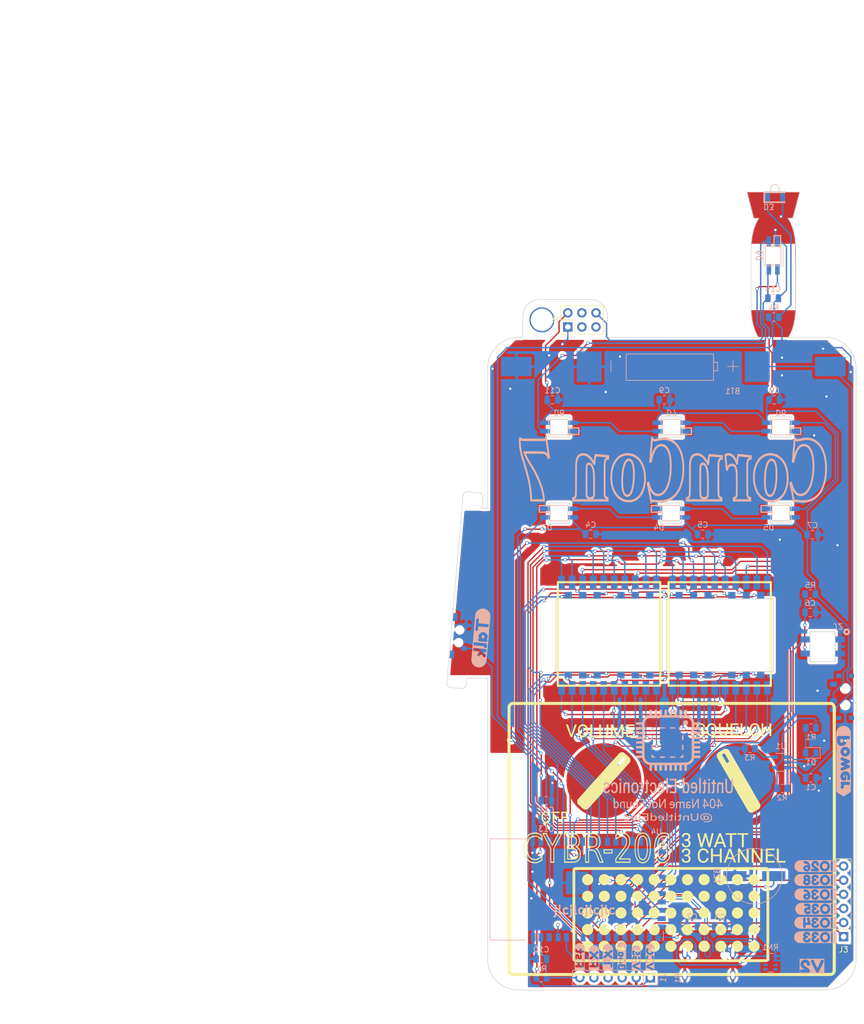
<source format=kicad_pcb>
(kicad_pcb (version 20210228) (generator pcbnew)
  (layers (0 "F.Cu" signal) (31 "B.Cu" signal) (34 "B.Paste" user) (35 "F.Paste" user) (36 "B.SilkS" user "B.Silkscreen") (37 "F.SilkS" user "F.Silkscreen") (38 "B.Mask" user) (39 "F.Mask" user) (44 "Edge.Cuts" user))
  (net 0 "")
  (net 1 "VSS")
  (net 2 "VDDA")
  (net 3 "/D+")
  (net 4 "/D-")
  (net 5 "VCC")
  (net 6 "Net-(C6-Pad2)")
  (net 7 "Reset")
  (net 8 "Net-(D1-Pad2)")
  (net 9 "Net-(D1-Pad1)")
  (net 10 "Net-(D2-Pad2)")
  (net 11 "Net-(J4-Pad1)")
  (net 12 "Net-(D3-Pad2)")
  (net 13 "Net-(D4-Pad2)")
  (net 14 "Net-(D5-Pad2)")
  (net 15 "Net-(D6-Pad2)")
  (net 16 "Net-(D7-Pad2)")
  (net 17 "Net-(D8-Pad2)")
  (net 18 "7")
  (net 19 "RX")
  (net 20 "TX")
  (net 21 "Boot")
  (net 22 "IR Rx")
  (net 23 "6")
  (net 24 "unconnected-(U4-Pad39)")
  (net 25 "4")
  (net 26 "3")
  (net 27 "2")
  (net 28 "1")
  (net 29 "Buzzer")
  (net 30 "Cout")
  (net 31 "VBUS")
  (net 33 "Net-(P1-PadB5)")
  (net 34 "Net-(P1-PadA5)")
  (net 36 "Net-(R3-Pad2)")
  (net 37 "IR Tx")
  (net 43 "SegF")
  (net 44 "SegH")
  (net 45 "SegG1")
  (net 46 "SegJ")
  (net 47 "SegK")
  (net 48 "SegG2")
  (net 49 "SegB")
  (net 50 "SegA")
  (net 51 "SegG")
  (net 52 "SegE")
  (net 53 "SegD")
  (net 54 "SegC")
  (net 55 "SegDP")
  (net 56 "SegL")
  (net 57 "SegM")
  (net 58 "SegN")
  (net 59 "SegP")
  (net 60 "SegG3")
  (net 61 "SegG4")
  (net 64 "/SK6812")
  (footprint "cafebabe:SMD Spacer M2.5" (layer "F.Cu") (at 95 56.2)
    (fp_text reference "REF**" hide)
    (fp_text value "SMD Spacer M2.5")
  )
  (footprint "Connector_PinHeader_2.54mm:PinHeader_2x03_P2.54mm_Vertical" (layer "F.Cu") (at 99.575 57.475 90)
    (fp_text reference "J5")
    (fp_text value "Conn_02x03_Odd_Even")
  )
  (footprint "LOGO" (layer "F.Cu") (at 0 0)
    (fp_text reference "G***" hide)
    (fp_text value "LOGO" hide)
  )
  (footprint "Connector_PinHeader_2.54mm:PinHeader_1x06_P2.54mm_Vertical" (layer "F.Cu") (at 149.3 167.3 180)
    (fp_text reference "J3")
    (fp_text value "Conn_01x06" hide)
  )
  (footprint "LOGO" (layer "F.Cu") (at 0 0)
    (fp_text reference "G***" hide)
    (fp_text value "LOGO" hide)
  )
  (footprint "LOGO" (layer "F.Cu") (at 120.593236 107.029444)
    (fp_text reference "G***" hide)
    (fp_text value "LOGO" hide)
  )
  (footprint "LOGO" (layer "F.Cu") (at 120.593236 107.029444)
    (fp_text reference "G***" hide)
    (fp_text value "LOGO" hide)
  )
  (footprint "CornConStranger:CapSence" (layer "F.Cu") (at 101 141.4)
    (fp_text reference "J4" hide)
    (fp_text value "Cap Sense" hide)
  )
  (footprint "LOGO" (layer "F.Cu") (at 0 0)
    (fp_text reference "G***" hide)
    (fp_text value "LOGO" hide)
  )
  (footprint "LOGO" (layer "F.Cu") (at 120.593236 107.029444)
    (fp_text reference "G***" hide)
    (fp_text value "LOGO" hide)
  )
  (footprint "CornConStranger:JSS-4021AUR-21-14Seg" (layer "F.Cu") (at 127 113)
    (fp_text reference "U3" hide)
    (fp_text value "14Seg")
    (fp_rect (start -9.6 -6.55) (end 9.6 6.55) (layer "Edge.Cuts") (width 0.12) (fill none))
  )
  (footprint "CornConStranger:JSS-4021AUR-21-14Seg" (layer "F.Cu") (at 107 113)
    (fp_text reference "U2" hide)
    (fp_text value "14Seg")
    (fp_rect (start -9.6 -6.55) (end 9.6 6.55) (layer "Edge.Cuts") (width 0.12) (fill none))
  )
  (footprint "LOGO" (layer "F.Cu") (at 0 0)
    (fp_text reference "G***" hide)
    (fp_text value "LOGO" hide)
  )
  (footprint "Capacitor_SMD:C_0805_2012Metric" (layer "B.Cu") (at 96.8 70.6 180)
    (fp_text reference "C11")
    (fp_text value "100nF")
  )
  (footprint "Capacitor_SMD:C_0805_2012Metric" (layer "B.Cu") (at 95.7 146.2)
    (fp_text reference "C13")
    (fp_text value "22uF")
  )
  (footprint "Tests:Dongguan14500" (layer "B.Cu") (at 118.6 64.6 180)
    (fp_text reference "BT1")
    (fp_text value "Battery_Cell")
  )
  (footprint "svg2mod" (layer "B.Cu") (at 114.4 171 90)
    (fp_text reference "svg2mod" hide)
    (fp_text value "G***" hide)
  )
  (footprint "Capacitor_SMD:C_0805_2012Metric" (layer "B.Cu") (at 122 165.4 180)
    (fp_text reference "C2")
    (fp_text value "20pF")
  )
  (footprint "svg2mod" (layer "B.Cu") (at 144.3 162.3 180)
    (fp_text reference "svg2mod" hide)
    (fp_text value "G***" hide)
  )
  (footprint "cafebabe:SK6812-E_Reverse" (layer "B.Cu") (at 138 75.5 180)
    (fp_text reference "D6")
    (fp_text value "WS2812B")
    (fp_rect (start -1.9 -1.8) (end 1.9 1.8) (layer "Edge.Cuts") (width 0.12) (fill none))
  )
  (footprint "BadgePirates:USB_C_Receptical-Jing" (layer "B.Cu") (at 125 170.1125 180)
    (fp_text reference "P1")
    (fp_text value "USB_C_Plug_corrected")
  )
  (footprint "svg2mod" (layer "B.Cu") (at 83.9 113.5 -95)
    (fp_text reference "svg2mod" hide)
    (fp_text value "G***" hide)
  )
  (footprint "Capacitor_SMD:C_0805_2012Metric" (layer "B.Cu") (at 95.7 142.8)
    (fp_text reference "C12")
    (fp_text value "100nF")
  )
  (footprint "Resistor_SMD:R_0805_2012Metric" (layer "B.Cu") (at 136.7 55.7 180)
    (fp_text reference "R4")
    (fp_text value "R_Small")
  )
  (footprint "Capacitor_SMD:C_0805_2012Metric" (layer "B.Cu") (at 143.3 108.9 180)
    (fp_text reference "C6")
    (fp_text value "C_Small")
  )
  (footprint "cafebabe:SK6812-E_Reverse" (layer "B.Cu") (at 98 91)
    (fp_text reference "D2")
    (fp_text value "WS2812B")
    (fp_rect (start -1.9 -1.8) (end 1.9 1.8) (layer "Edge.Cuts") (width 0.12) (fill none))
  )
  (footprint "cafebabe:UELogoAbove" (layer "B.Cu") (at 117.9 135.5 180)
    (fp_text reference "Ref**" hide)
    (fp_text value "Val**" hide)
  )
  (footprint "RF_Module:ESP32-S2-WROVER" (layer "B.Cu") (at 105 158.8 -90)
    (fp_text reference "U4")
    (fp_text value "ESP32-S2-WROVER")
  )
  (footprint "LED_SMD:LED_0805_2012Metric" (layer "B.Cu") (at 143.4 134.2 180)
    (fp_text reference "D1")
    (fp_text value "LED_Small")
  )
  (footprint "Capacitor_SMD:C_0805_2012Metric" (layer "B.Cu") (at 103.7 94.8 180)
    (fp_text reference "C4")
    (fp_text value "100nF")
  )
  (footprint "CornConStranger:TS36CA-0.7-Button" (layer "B.Cu") (at 80 113.2 -95)
    (fp_text reference "SW2" hide)
    (fp_text value "SW_DIP_x01")
  )
  (footprint "Capacitor_SMD:C_0805_2012Metric" (layer "B.Cu") (at 127 165.4)
    (fp_text reference "C3")
    (fp_text value "20pF")
  )
  (footprint "cafebabe:SK6812-E_Reverse" (layer "B.Cu") (at 136.6 44.6 -90)
    (fp_text reference "D9")
    (fp_text value "WS2812B")
    (fp_rect (start -1.9 -1.8) (end 1.9 1.8) (layer "Edge.Cuts") (width 0.12) (fill none))
  )
  (footprint "Resistor_SMD:R_0805_2012Metric" (layer "B.Cu") (at 94.8 174.7 180)
    (fp_text reference "R6")
    (fp_text value "1k")
  )
  (footprint "CornConLogo:F.SilkS_g3552" (layer "B.Cu") (at 118.4 83.4 180)
    (fp_text reference "G***" hide)
    (fp_text value "LOGO" hide)
  )
  (footprint "Connector_PinHeader_2.54mm:PinHeader_1x06_P2.54mm_Vertical" (layer "B.Cu") (at 114.45 174.7 90)
    (fp_text reference "J1")
    (fp_text value "Program")
  )
  (footprint "CornConStranger:IRM-H936" (layer "B.Cu") (at 148.662158 113.765685 180)
    (fp_text reference "J2")
    (fp_text value "IR Rx")
    (fp_rect (start 5.4 1.4) (end 0.9 -4) (layer "Edge.Cuts") (width 0.12) (fill none))
  )
  (footprint "BreadBoardPwr:SK-3296S_switch" (layer "B.Cu") (at 149.6 124.1 90)
    (fp_text reference "SW1" hide)
    (fp_text value "SW_SPDT")
  )
  (footprint "svg2mod" (layer "B.Cu") (at 143.6 172.6 180)
    (fp_text reference "svg2mod" hide)
    (fp_text value "G***" hide)
  )
  (footprint "Capacitor_SMD:C_0805_2012Metric" (layer "B.Cu") (at 136.6 52.3 180)
    (fp_text reference "C14")
    (fp_text value "100nF")
  )
  (footprint "Resistor_SMD:R_0805_2012Metric" (layer "B.Cu") (at 132.4 133.4)
    (fp_text reference "R3")
    (fp_text value "R_Small")
  )
  (footprint "Package_TO_SOT_SMD:SOT-23-5" (layer "B.Cu") (at 138 135.9 180)
    (fp_text reference "U1")
    (fp_text value "HX4055M")
  )
  (footprint "Capacitor_SMD:C_0805_2012Metric" (layer "B.Cu") (at 117 70.6 180)
    (fp_text reference "C9")
    (fp_text value "100nF")
  )
  (footprint "svg2mod" (layer "B.Cu") (at 144.2 159.7 180)
    (fp_text reference "svg2mod" hide)
    (fp_text value "G***" hide)
  )
  (footprint "svg2mod" (layer "B.Cu") (at 109.3 170.8 90)
    (fp_text reference "svg2mod" hide)
    (fp_text value "G***" hide)
  )
  (footprint "cafebabe:SK6812-E_Reverse" (layer "B.Cu") (at 118.2 91)
    (fp_text reference "D4")
    (fp_text value "WS2812B")
    (fp_rect (start -1.9 -1.8) (end 1.9 1.8) (layer "Edge.Cuts") (width 0.12) (fill none))
  )
  (footprint "cafebabe:SK6812-E_Reverse" (layer "B.Cu") (at 98 75.5 180)
    (fp_text reference "D8")
    (fp_text value "WS2812B")
    (fp_rect (start -1.9 -1.8) (end 1.9 1.8) (layer "Edge.Cuts") (width 0.12) (fill none))
  )
  (footprint "svg2mod" (layer "B.Cu") (at 149.3 135.7 -90)
    (fp_text reference "svg2mod" hide)
    (fp_text value "G***" hide)
  )
  (footprint "CornConStranger:IR26-61C" (layer "B.Cu") (at 138.3 34.110019 180)
    (fp_text reference "D3")
    (fp_text value "LED_Small")
  )
  (footprint "svg2mod" (layer "B.Cu") (at 106.8 171 90)
    (fp_text reference "svg2mod" hide)
    (fp_text value "G***" hide)
  )
  (footprint "svg2mod" (layer "B.Cu") (at 144.2 167.4 180)
    (fp_text reference "svg2mod" hide)
    (fp_text value "G***" hide)
  )
  (footprint "Capacitor_SMD:C_0805_2012Metric" (layer "B.Cu") (at 143.7 94.9 180)
    (fp_text reference "C7")
    (fp_text value "100nF")
  )
  (footprint "Resistor_SMD:R_0805_2012Metric" (layer "B.Cu") (at 138.2 140.6)
    (fp_text reference "R2")
    (fp_text value "Charger Bypass")
  )
  (footprint "Capacitor_SMD:C_0805_2012Metric" (layer "B.Cu") (at 94.8 171.3 180)
    (fp_text reference "C10")
    (fp_text value "100nF")
  )
  (footprint "Capacitor_SMD:C_0805_2012Metric" (layer "B.Cu") (at 136.8 70.6 180)
    (fp_text reference "C8")
    (fp_text value "100nF")
  )
  (footprint "cafebabe:SK6812-E_Reverse" (layer "B.Cu") (at 138 91)
    (fp_text reference "D5")
    (fp_text value "WS2812B")
    (fp_rect (start -1.9 -1.8) (end 1.9 1.8) (layer "Edge.Cuts") (width 0.12) (fill none))
  )
  (footprint "Resistor_SMD:R_0805_2012Metric" (layer "B.Cu") (at 143.3 105.6)
    (fp_text reference "R5")
    (fp_text value "47-220 Ohm")
  )
  (footprint "cafebabe:SK6812-E_Reverse" (layer "B.Cu") (at 118.3 75.5 180)
    (fp_text reference "D7")
    (fp_text value "WS2812B")
    (fp_rect (start -1.9 -1.8) (end 1.9 1.8) (layer "Edge.Cuts") (width 0.12) (fill none))
  )
  (footprint "Resistor_SMD:R_Array_Convex_4x0603" (layer "B.Cu") (at 136.1 172 180)
    (fp_text reference "RN1")
    (fp_text value "5.1k")
  )
  (footprint "svg2mod" (layer "B.Cu") (at 101.7 170.9 90)
    (fp_text reference "svg2mod" hide)
    (fp_text value "G***" hide)
  )
  (footprint "CornConStranger:FUET-1030-3V-Buzzer" (layer "B.Cu") (at 133.2 156.4 90)
    (fp_text reference "BZ1")
    (fp_text value "Buzzer")
  )
  (footprint "Resistor_SMD:R_0805_2012Metric" (layer "B.Cu") (at 143.4 129.7)
    (fp_text reference "R1")
    (fp_text value "1k")
  )
  (footprint "svg2mod" (layer "B.Cu") (at 104.3 171.1 90)
    (fp_text reference "svg2mod" hide)
    (fp_text value "G***" hide)
  )
  (footprint "svg2mod" (layer "B.Cu") (at 144.2 164.8 180)
    (fp_text reference "svg2mod" hide)
    (fp_text value "G***" hide)
  )
  (footprint "Capacitor_SMD:C_0805_2012Metric" (layer "B.Cu") (at 123.9 94.8 180)
    (fp_text reference "C5")
    (fp_text value "100nF")
  )
  (footprint "svg2mod" (layer "B.Cu") (at 144.2 154.6 180)
    (fp_text reference "svg2mod" hide)
    (fp_text value "G***" hide)
  )
  (footprint "svg2mod" (layer "B.Cu") (at 144.2 157.1 180)
    (fp_text reference "svg2mod" hide)
    (fp_text value "G***" hide)
  )
  (footprint "Capacitor_SMD:C_0805_2012Metric" (layer "B.Cu") (at 143.4 138.7)
    (fp_text reference "C1")
    (fp_text value "10uF")
  )
  (footprint "svg2mod" (layer "B.Cu") (at 111.9 171.1 90)
    (fp_text reference "svg2mod" hide)
    (fp_text value "G***" hide)
  )
  (gr_line (start 151.485874 172.21619) (end 151.521063 171.938114) (layer "Edge.Cuts") (width 0.1))
  (gr_line (start 140.385294 56.668032) (end 140.457525 56.303965) (layer "Edge.Cuts") (width 0.1))
  (gr_line (start 80.882297 87.411518) (end 80.837159 87.471049) (layer "Edge.Cuts") (width 0.1))
  (gr_line (start 140.611512 55.152236) (end 140.641146 54.750863) (layer "Edge.Cuts") (width 0.1))
  (gr_line (start 149.327141 175.814254) (end 149.536426 175.649948) (layer "Edge.Cuts") (width 0.1))
  (gr_line (start 132.986759 57.02125) (end 133.078305 57.362827) (layer "Edge.Cuts") (width 0.1))
  (gr_line (start 132.678785 55.151971) (end 132.719266 55.545141) (layer "Edge.Cuts") (width 0.1))
  (gr_line (start 149.737509 60.801083) (end 149.536426 60.626987) (layer "Edge.Cuts") (width 0.1))
  (gr_line (start 132.625339 53.926423) (end 132.63116 54.342083) (layer "Edge.Cuts") (width 0.1))
  (gr_line (start 91.639395 54.521734) (end 91.591929 54.662757) (layer "Edge.Cuts") (width 0.1))
  (gr_line (start 85.138882 64.339087) (end 85.117556 64.621132) (layer "Edge.Cuts") (width 0.1))
  (gr_line (start 92.556096 53.226706) (end 92.446294 53.321745) (layer "Edge.Cuts") (width 0.1))
  (gr_line (start 140.519437 55.929316) (end 140.571031 55.545141) (layer "Edge.Cuts") (width 0.1))
  (gr_line (start 139.336487 59.364397) (end 139.484389 59.124949) (layer "Edge.Cuts") (width 0.1))
  (gr_line (start 139.706903 38.652258) (end 139.566145 38.378679) (layer "Edge.Cuts") (width 0.1))
  (gr_line (start 106.590372 54.662757) (end 106.543011 54.521734) (layer "Edge.Cuts") (width 0.1))
  (gr_line (start 93.582149 52.67259) (end 93.441126 52.720056) (layer "Edge.Cuts") (width 0.1))
  (gr_line (start 86.054498 61.80544) (end 85.910617 62.030071) (layer "Edge.Cuts") (width 0.1))
  (gr_line (start 106.210166 53.869802) (end 106.126029 53.751004) (layer "Edge.Cuts") (width 0.1))
  (gr_line (start 83.613296 87.350664) (end 81.440302 87.160693) (layer "Edge.Cuts") (width 0.1))
  (gr_line (start 106.753355 58.822796) (end 106.74039 58.700029) (layer "Edge.Cuts") (width 0.1))
  (gr_line (start 104.309666 52.598216) (end 104.160177 52.571652) (layer "Edge.Cuts") (width 0.1))
  (gr_line (start 94.484377 52.536886) (end 94.328273 52.540828) (layer "Edge.Cuts") (width 0.1))
  (gr_line (start 106.722134 55.408881) (end 106.710493 55.254629) (layer "Edge.Cuts") (width 0.1))
  (gr_line (start 151.521063 171.938114) (end 151.542494 171.655803) (layer "Edge.Cuts") (width 0.1))
  (gr_line (start 85.910617 174.248188) (end 86.054498 174.473083) (layer "Edge.Cuts") (width 0.1))
  (gr_line (start 80.79681 87.535607) (end 80.761594 87.604664) (layer "Edge.Cuts") (width 0.1))
  (gr_line (start 81.29973 87.164927) (end 81.231838 87.179214) (layer "Edge.Cuts") (width 0.1))
  (gr_line (start 140.079171 39.568932) (end 139.963813 39.248178) (layer "Edge.Cuts") (width 0.1))
  (gr_line (start 133.95381 59.364397) (end 106.868713 59.339526) (layer "Edge.Cuts") (width 0.1))
  (gr_line (start 81.086449 122.357111) (end 81.131534 122.29758) (layer "Edge.Cuts") (width 0.1))
  (gr_line (start 92.670396 53.13696) (end 92.556096 53.226706) (layer "Edge.Cuts") (width 0.1))
  (gr_line (start 140.664958 43.429965) (end 140.658608 43.001949) (layer "Edge.Cuts") (width 0.1))
  (gr_line (start 132.832772 56.303965) (end 132.905003 56.668032) (layer "Edge.Cuts") (width 0.1))
  (gr_line (start 140.002178 58.007615) (end 140.11145 57.691703) (layer "Edge.Cuts") (width 0.1))
  (gr_line (start 140.639558 42.581209) (end 140.608337 42.168486) (layer "Edge.Cuts") (width 0.1))
  (gr_line (start 80.985299 87.30886) (end 80.9318 87.357278) (layer "Edge.Cuts") (width 0.1))
  (gr_line (start 81.20702 122.163966) (end 81.236706 122.090676) (layer "Edge.Cuts") (width 0.1))
  (gr_line (start 132.63116 54.342083) (end 132.649152 54.750863) (layer "Edge.Cuts") (width 0.1))
  (gr_line (start 139.417714 38.122351) (end 139.34072 38.000907) (layer "Edge.Cuts") (width 0.1))
  (gr_line (start 105.393134 53.05269) (end 105.270367 52.974083) (layer "Edge.Cuts") (width 0.1))
  (gr_line (start 147.916384 59.699624) (end 147.658681 59.61284) (layer "Edge.Cuts") (width 0.1))
  (gr_line (start 146.006889 176.912539) (end 146.292903 176.905395) (layer "Edge.Cuts") (width 0.1))
  (gr_line (start 91.820661 54.119304) (end 91.753959 54.250008) (layer "Edge.Cuts") (width 0.1))
  (gr_line (start 106.731924 58.575675) (end 106.726103 58.31215) (layer "Edge.Cuts") (width 0.1))
  (gr_line (start 85.54462 62.746297) (end 85.445639 62.99818) (layer "Edge.Cuts") (width 0.1))
  (gr_line (start 77.815939 122.007597) (end 77.849991 122.074008) (layer "Edge.Cuts") (width 0.1))
  (gr_line (start 93.038695 52.901349) (end 92.91196 52.974083) (layer "Edge.Cuts") (width 0.1))
  (gr_line (start 85.11036 120.739451) (end 85.11036 171.369789) (layer "Edge.Cuts") (width 0.1))
  (gr_line (start 91.387168 59.001654) (end 91.353487 59.129447) (layer "Edge.Cuts") (width 0.1))
  (gr_line (start 81.036999 122.411351) (end 81.086449 122.357111) (layer "Edge.Cuts") (width 0.1))
  (gr_line (start 146.006889 59.364397) (end 139.336487 59.364397) (layer "Edge.Cuts") (width 0.1))
  (gr_line (start 85.222596 63.787696) (end 85.173992 64.06101) (layer "Edge.Cuts") (width 0.1))
  (gr_line (start 151.214411 62.997651) (end 151.115457 62.745768) (layer "Edge.Cuts") (width 0.1))
  (gr_line (start 133.206099 39.583696) (end 133.100795 39.917732) (layer "Edge.Cuts") (width 0.1))
  (gr_line (start 85.11036 64.907146) (end 85.11036 90.161858) (layer "Edge.Cuts") (width 0.1))
  (gr_line (start 77.889308 122.13592) (end 77.933546 122.19307) (layer "Edge.Cuts") (width 0.1))
  (gr_line (start 89.264763 176.738707) (end 89.533367 176.800355) (layer "Edge.Cuts") (width 0.1))
  (gr_line (start 147.395156 59.538228) (end 147.126604 59.47658) (layer "Edge.Cuts") (width 0.1))
  (gr_line (start 146.853025 176.849039) (end 147.126604 176.800355) (layer "Edge.Cuts") (width 0.1))
  (gr_line (start 105.270367 52.974083) (end 105.143632 52.901349) (layer "Edge.Cuts") (width 0.1))
  (gr_line (start 106.691178 55.102759) (end 106.66472 54.953269) (layer "Edge.Cuts") (width 0.1))
  (gr_line (start 91.591929 54.662757) (end 91.551236 54.80669) (layer "Edge.Cuts") (width 0.1))
  (gr_line (start 77.748232 121.785612) (end 77.764742 121.86287) (layer "Edge.Cuts") (width 0.1))
  (gr_line (start 77.787417 121.936954) (end 77.815939 122.007597) (layer "Edge.Cuts") (width 0.1))
  (gr_line (start 81.260492 122.013683) (end 81.278007 121.932985) (layer "Edge.Cuts") (width 0.1))
  (gr_line (start 132.649152 54.750863) (end 132.678785 55.151971) (layer "Edge.Cuts") (width 0.1))
  (gr_line (start 90.084891 176.884228) (end 90.367095 176.905395) (layer "Edge.Cuts") (width 0.1))
  (gr_line (start 132.631689 43.003854) (end 132.625339 43.429965) (layer "Edge.Cuts") (width 0.1))
  (gr_line (start 86.373003 61.379197) (end 86.208723 61.588217) (layer "Edge.Cuts") (width 0.1))
  (gr_line (start 93.303543 52.774137) (end 93.169399 52.834621) (layer "Edge.Cuts") (width 0.1))
  (gr_line (start 132.724029 41.771744) (end 132.681431 42.17399) (layer "Edge.Cuts") (width 0.1))
  (gr_line (start 80.983526 122.45977) (end 81.036999 122.411351) (layer "Edge.Cuts") (width 0.1))
  (gr_line (start 88.006935 60.033792) (end 87.774816 60.166877) (layer "Edge.Cuts") (width 0.1))
  (gr_line (start 139.34072 38.000907) (end 139.262139 37.884067) (layer "Edge.Cuts") (width 0.1))
  (gr_line (start 81.386063 120.739451) (end 85.11036 120.739451) (layer "Edge.Cuts") (width 0.1))
  (gr_line (start 84.181647 87.831676) (end 84.153125 87.761032) (layer "Edge.Cuts") (width 0.1))
  (gr_line (start 85.445639 173.279549) (end 85.54462 173.531432) (layer "Edge.Cuts") (width 0.1))
  (gr_line (start 131.895619 33.172744) (end 133.105293 37.904731) (layer "Edge.Cuts") (width 0.1))
  (gr_line (start 150.287048 174.899591) (end 150.451354 174.690306) (layer "Edge.Cuts") (width 0.1))
  (gr_line (start 80.528735 122.607936) (end 80.599722 122.610053) (layer "Edge.Cuts") (width 0.1))
  (gr_line (start 106.543011 54.521734) (end 106.488772 54.384151) (layer "Edge.Cuts") (width 0.1))
  (gr_line (start 147.916384 176.577312) (end 148.168267 176.478358) (layer "Edge.Cuts") (width 0.1))
  (gr_line (start 106.631118 54.80669) (end 106.590372 54.662757) (layer "Edge.Cuts") (width 0.1))
  (gr_line (start 150.749275 174.248188) (end 150.882624 174.016148) (layer "Edge.Cuts") (width 0.1))
  (gr_line (start 80.837159 87.471049) (end 80.79681 87.535607) (layer "Edge.Cuts") (width 0.1))
  (gr_line (start 151.375807 172.758321) (end 151.437455 172.489504) (layer "Edge.Cuts") (width 0.1))
  (gr_line (start 86.208723 174.690306) (end 86.373003 174.899591) (layer "Edge.Cuts") (width 0.1))
  (gr_line (start 87.549974 175.968506) (end 87.774816 176.11244) (layer "Edge.Cuts") (width 0.1))
  (gr_line (start 104.008306 52.55247) (end 103.854054 52.540828) (layer "Edge.Cuts") (width 0.1))
  (gr_line (start 106.828761 59.201678) (end 106.797011 59.071239) (layer "Edge.Cuts") (width 0.1))
  (gr_line (start 94.328273 52.540828) (end 94.174021 52.55247) (layer "Edge.Cuts") (width 0.1))
  (gr_line (start 106.036335 53.636704) (end 105.941085 53.526902) (layer "Edge.Cuts") (width 0.1))
  (gr_line (start 92.446294 53.321745) (end 92.341254 53.421889) (layer "Edge.Cuts") (width 0.1))
  (gr_line (start 132.681431 42.17399) (end 132.650474 42.58494) (layer "Edge.Cuts") (width 0.1))
  (gr_line (start 77.982414 122.244664) (end 78.035596 122.290436) (layer "Edge.Cuts") (width 0.1))
  (gr_line (start 132.625339 43.429965) (end 132.625339 53.926423) (layer "Edge.Cuts") (width 0.1))
  (gr_line (start 84.119047 87.694622) (end 84.079756 87.632709) (layer "Edge.Cuts") (width 0.1))
  (gr_line (start 85.35875 173.021581) (end 85.445639 173.279549) (layer "Edge.Cuts") (width 0.1))
  (gr_line (start 93.872661 52.598216) (end 93.725817 52.631924) (layer "Edge.Cuts") (width 0.1))
  (gr_line (start 149.109918 60.308429) (end 148.885287 60.164761) (layer "Edge.Cuts") (width 0.1))
  (gr_line (start 83.683543 87.361247) (end 83.613296 87.350664) (layer "Edge.Cuts") (width 0.1))
  (gr_line (start 80.802869 122.567455) (end 80.866104 122.538086) (layer "Edge.Cuts") (width 0.1))
  (gr_line (start 89.533367 59.478168) (end 89.264763 59.54008) (layer "Edge.Cuts") (width 0.1))
  (gr_line (start 148.885287 60.164761) (end 148.652983 60.031411) (layer "Edge.Cuts") (width 0.1))
  (gr_line (start 89.806867 176.849039) (end 90.084891 176.884228) (layer "Edge.Cuts") (width 0.1))
  (gr_line (start 81.171857 122.233022) (end 81.20702 122.163966) (layer "Edge.Cuts") (width 0.1))
  (gr_line (start 104.600179 52.67259) (end 104.45651 52.631924) (layer "Edge.Cuts") (width 0.1))
  (gr_line (start 151.301195 173.021581) (end 151.375807 172.758321) (layer "Edge.Cuts") (width 0.1))
  (gr_line (start 81.288908 121.849377) (end 81.386063 120.739451) (layer "Edge.Cuts") (width 0.1))
  (gr_line (start 84.23033 88.229873) (end 84.234114 88.145471) (layer "Edge.Cuts") (width 0.1))
  (gr_line (start 85.28427 172.758321) (end 85.35875 173.021581) (layer "Edge.Cuts") (width 0.1))
  (gr_line (start 91.893421 53.992568) (end 91.820661 54.119304) (layer "Edge.Cuts") (width 0.1))
  (gr_line (start 140.211992 57.362827) (end 140.303538 57.02125) (layer "Edge.Cuts") (width 0.1))
  (gr_line (start 132.650474 42.58494) (end 132.631689 43.003854) (layer "Edge.Cuts") (width 0.1))
  (gr_line (start 133.005016 40.26505) (end 132.919026 40.624856) (layer "Edge.Cuts") (width 0.1))
  (gr_line (start 105.841073 53.421889) (end 105.736033 53.321745) (layer "Edge.Cuts") (width 0.1))
  (gr_line (start 104.741201 52.720056) (end 104.600179 52.67259) (layer "Edge.Cuts") (width 0.1))
  (gr_line (start 89.001397 176.66436) (end 89.264763 176.738707) (layer "Edge.Cuts") (width 0.1))
  (gr_line (start 103.854054 52.540828) (end 103.69795 52.536886) (layer "Edge.Cuts") (width 0.1))
  (gr_line (start 93.441126 52.720056) (end 93.303543 52.774137) (layer "Edge.Cuts") (width 0.1))
  (gr_line (start 89.001397 59.614693) (end 88.743561 59.70174) (layer "Edge.Cuts") (width 0.1))
  (gr_line (start 149.109918 175.968506) (end 149.327141 175.814254) (layer "Edge.Cuts") (width 0.1))
  (gr_line (start 140.510706 41.370213) (end 140.44509 40.986197) (layer "Edge.Cuts") (width 0.1))
  (gr_line (start 86.373003 174.899591) (end 86.546966 175.10041) (layer "Edge.Cuts") (width 0.1))
  (gr_line (start 91.456224 58.31215) (end 91.453817 58.45185) (layer "Edge.Cuts") (width 0.1))
  (gr_line (start 92.056298 53.751004) (end 91.972029 53.869802) (layer "Edge.Cuts") (width 0.1))
  (gr_line (start 106.361508 54.119304) (end 106.288747 53.992568) (layer "Edge.Cuts") (width 0.1))
  (gr_line (start 105.941085 53.526902) (end 105.841073 53.421889) (layer "Edge.Cuts") (width 0.1))
  (gr_line (start 106.710493 55.254629) (end 106.691178 55.102759) (layer "Edge.Cuts") (width 0.1))
  (gr_line (start 86.730243 175.292761) (end 86.922542 175.476117) (layer "Edge.Cuts") (width 0.1))
  (gr_line (start 83.815305 87.405433) (end 83.750985 87.379503) (layer "Edge.Cuts") (width 0.1))
  (gr_line (start 86.054498 174.473083) (end 86.208723 174.690306) (layer "Edge.Cuts") (width 0.1))
  (gr_line (start 140.56521 41.764574) (end 140.510706 41.370213) (layer "Edge.Cuts") (width 0.1))
  (gr_line (start 80.679626 87.919253) (end 77.738733 121.538756) (layer "Edge.Cuts") (width 0.1))
  (gr_line (start 81.369341 87.158577) (end 81.29973 87.164927) (layer "Edge.Cuts") (width 0.1))
  (gr_line (start 151.485874 64.06101) (end 151.437455 63.787431) (layer "Edge.Cuts") (width 0.1))
  (gr_line (start 133.531536 58.596842) (end 133.664886 58.868833) (layer "Edge.Cuts") (width 0.1))
  (gr_line (start 147.658681 176.66436) (end 147.916384 176.577312) (layer "Edge.Cuts") (width 0.1))
  (gr_line (start 84.153125 87.761032) (end 84.119047 87.694622) (layer "Edge.Cuts") (width 0.1))
  (gr_line (start 139.625411 58.868833) (end 139.758761 58.596842) (layer "Edge.Cuts") (width 0.1))
  (gr_line (start 90.653162 59.364397) (end 90.367095 59.37207) (layer "Edge.Cuts") (width 0.1))
  (gr_line (start 86.546966 61.178378) (end 86.373003 61.379197) (layer "Edge.Cuts") (width 0.1))
  (gr_line (start 77.734923 121.623158) (end 77.738204 121.705443) (layer "Edge.Cuts") (width 0.1))
  (gr_line (start 78.355741 122.417965) (end 80.528735 122.607936) (layer "Edge.Cuts") (width 0.1))
  (gr_line (start 132.843355 40.99641) (end 132.778268 41.378944) (layer "Edge.Cuts") (width 0.1))
  (gr_line (start 78.218078 122.389126) (end 78.285521 122.407382) (layer "Edge.Cuts") (width 0.1))
  (gr_line (start 85.445639 62.99818) (end 85.35875 63.255884) (layer "Edge.Cuts") (width 0.1))
  (gr_line (start 84.204295 87.905759) (end 84.181647 87.831676) (layer "Edge.Cuts") (width 0.1))
  (gr_line (start 133.320663 39.263683) (end 133.206099 39.583696) (layer "Edge.Cuts") (width 0.1))
  (gr_line (start 140.608337 42.168486) (end 140.56521 41.764574) (layer "Edge.Cuts") (width 0.1))
  (gr_line (start 106.77214 58.945562) (end 106.753355 58.822796) (layer "Edge.Cuts") (width 0.1))
  (gr_line (start 85.54462 173.531432) (end 85.655321 173.776965) (layer "Edge.Cuts") (width 0.1))
  (gr_line (start 139.484389 59.124949) (end 139.625411 58.868833) (layer "Edge.Cuts") (width 0.1))
  (gr_line (start 81.102827 87.230279) (end 81.042449 87.266262) (layer "Edge.Cuts") (width 0.1))
  (gr_line (start 149.737509 175.476117) (end 149.929861 175.292761) (layer "Edge.Cuts") (width 0.1))
  (gr_line (start 85.117556 171.655803) (end 85.138882 171.938114) (layer "Edge.Cuts") (width 0.1))
  (gr_line (start 91.446276 58.592079) (end 91.432994 58.731514) (layer "Edge.Cuts") (width 0.1))
  (gr_line (start 133.715156 38.395401) (end 133.575457 38.668794) (layer "Edge.Cuts") (width 0.1))
  (gr_line (start 85.655321 62.501028) (end 85.54462 62.746297) (layer "Edge.Cuts") (width 0.1))
  (gr_line (start 86.922542 175.476117) (end 87.123492 175.649948) (layer "Edge.Cuts") (width 0.1))
  (gr_line (start 150.882624 62.261052) (end 150.749275 62.028748) (layer "Edge.Cuts") (width 0.1))
  (gr_line (start 81.166089 87.201174) (end 81.102827 87.230279) (layer "Edge.Cuts") (width 0.1))
  (gr_line (start 92.788929 53.05269) (end 92.670396 53.13696) (layer "Edge.Cuts") (width 0.1))
  (gr_line (start 80.761594 87.604664) (end 80.731882 87.677953) (layer "Edge.Cuts") (width 0.1))
  (gr_line (start 87.774816 60.166877) (end 87.549974 60.31081) (layer "Edge.Cuts") (width 0.1))
  (gr_line (start 151.115457 173.531432) (end 151.214411 173.279549) (layer "Edge.Cuts") (width 0.1))
  (gr_line (start 139.262139 37.884067) (end 140.127061 37.882004) (layer "Edge.Cuts") (width 0.1))
  (gr_line (start 140.127061 37.882004) (end 141.392561 33.172744) (layer "Edge.Cuts") (width 0.1))
  (gr_line (start 150.287048 61.377609) (end 150.112952 61.176526) (layer "Edge.Cuts") (width 0.1))
  (gr_line (start 83.750985 87.379503) (end 83.683543 87.361247) (layer "Edge.Cuts") (width 0.1))
  (gr_line (start 81.440302 87.160693) (end 81.369341 87.158577) (layer "Edge.Cuts") (width 0.1))
  (gr_line (start 131.895619 33.172744) (end 131.895619 33.172744) (layer "Edge.Cuts") (width 0.1))
  (gr_line (start 91.453817 58.45185) (end 91.446276 58.592079) (layer "Edge.Cuts") (width 0.1))
  (gr_line (start 91.353487 59.129447) (end 91.311921 59.250626) (layer "Edge.Cuts") (width 0.1))
  (gr_line (start 151.437455 172.489504) (end 151.485874 172.21619) (layer "Edge.Cuts") (width 0.1))
  (gr_line (start 148.414065 176.367762) (end 148.652983 176.245525) (layer "Edge.Cuts") (width 0.1))
  (gr_line (start 147.126604 176.800355) (end 147.395156 176.738707) (layer "Edge.Cuts") (width 0.1))
  (gr_line (start 106.288747 53.992568) (end 106.210166 53.869802) (layer "Edge.Cuts") (width 0.1))
  (gr_line (start 84.234114 88.145471) (end 84.230859 88.063186) (layer "Edge.Cuts") (width 0.1))
  (gr_line (start 140.282106 40.25227) (end 140.185269 39.903894) (layer "Edge.Cuts") (width 0.1))
  (gr_line (start 85.11036 90.161858) (end 84.061341 90.161858) (layer "Edge.Cuts") (width 0.1))
  (gr_line (start 77.764742 121.86287) (end 77.787417 121.936954) (layer "Edge.Cuts") (width 0.1))
  (gr_line (start 92.145992 53.636704) (end 92.056298 53.751004) (layer "Edge.Cuts") (width 0.1))
  (gr_line (start 146.853025 59.428162) (end 146.575213 59.392972) (layer "Edge.Cuts") (width 0.1))
  (gr_line (start 148.885287 176.11244) (end 149.109918 175.968506) (layer "Edge.Cuts") (width 0.1))
  (gr_line (start 84.061341 90.161858) (end 84.23033 88.229873) (layer "Edge.Cuts") (width 0.1))
  (gr_line (start 80.731882 87.677953) (end 80.708069 87.754947) (layer "Edge.Cuts") (width 0.1))
  (gr_line (start 91.551236 54.80669) (end 91.517528 54.953269) (layer "Edge.Cuts") (width 0.1))
  (gr_line (start 87.123492 60.629104) (end 86.922542 60.803199) (layer "Edge.Cuts") (width 0.1))
  (gr_line (start 78.285521 122.407382) (end 78.355741 122.417965) (layer "Edge.Cuts") (width 0.1))
  (gr_line (start 80.737147 122.589151) (end 80.802869 122.567455) (layer "Edge.Cuts") (width 0.1))
  (gr_line (start 140.368625 40.613294) (end 140.282106 40.25227) (layer "Edge.Cuts") (width 0.1))
  (gr_line (start 106.428447 54.250008) (end 106.361508 54.119304) (layer "Edge.Cuts") (width 0.1))
  (gr_line (start 105.012928 52.834621) (end 104.878784 52.774137) (layer "Edge.Cuts") (width 0.1))
  (gr_line (start 85.222596 172.489504) (end 85.28427 172.758321) (layer "Edge.Cuts") (width 0.1))
  (gr_line (start 85.655321 173.776965) (end 85.777453 174.016148) (layer "Edge.Cuts") (width 0.1))
  (gr_line (start 140.11145 57.691703) (end 140.211992 57.362827) (layer "Edge.Cuts") (width 0.1))
  (gr_line (start 133.405594 58.309505) (end 133.531536 58.596842) (layer "Edge.Cuts") (width 0.1))
  (gr_line (start 91.432994 58.731514) (end 91.413494 58.868568) (layer "Edge.Cuts") (width 0.1))
  (gr_line (start 83.876239 87.438505) (end 83.815305 87.405433) (layer "Edge.Cuts") (width 0.1))
  (gr_line (start 91.456224 55.56525) (end 91.456224 58.31215) (layer "Edge.Cuts") (width 0.1))
  (gr_line (start 151.542494 64.621132) (end 151.521063 64.338822) (layer "Edge.Cuts") (width 0.1))
  (gr_line (start 78.092825 122.330124) (end 78.153732 122.363197) (layer "Edge.Cuts") (width 0.1))
  (gr_line (start 148.652983 176.245525) (end 148.885287 176.11244) (layer "Edge.Cuts") (width 0.1))
  (gr_line (start 150.451354 174.690306) (end 150.605606 174.473083) (layer "Edge.Cuts") (width 0.1))
  (gr_line (start 88.245986 59.911555) (end 88.006935 60.033792) (layer "Edge.Cuts") (width 0.1))
  (gr_line (start 91.413494 58.868568) (end 91.387168 59.001654) (layer "Edge.Cuts") (width 0.1))
  (gr_line (start 140.658608 43.001949) (end 140.639558 42.581209) (layer "Edge.Cuts") (width 0.1))
  (gr_line (start 80.690527 87.835644) (end 80.679626 87.919253) (layer "Edge.Cuts") (width 0.1))
  (gr_line (start 151.115457 62.745768) (end 151.004597 62.49997) (layer "Edge.Cuts") (width 0.1))
  (gr_line (start 90.084891 59.393766) (end 89.806867 59.42922) (layer "Edge.Cuts") (width 0.1))
  (gr_line (start 91.49099 55.102759) (end 91.471808 55.254629) (layer "Edge.Cuts") (width 0.1))
  (gr_line (start 89.533367 176.800355) (end 89.806867 176.849039) (layer "Edge.Cuts") (width 0.1))
  (gr_line (start 133.805908 59.124949) (end 133.95381 59.364397) (layer "Edge.Cuts") (width 0.1))
  (gr_line (start 134.016781 37.900604) (end 133.862265 38.139099) (layer "Edge.Cuts") (width 0.1))
  (gr_line (start 85.117556 64.621132) (end 85.11036 64.907146) (layer "Edge.Cuts") (width 0.1))
  (gr_line (start 90.653162 176.912539) (end 146.006889 176.912539) (layer "Edge.Cuts") (width 0.1))
  (gr_line (start 77.849991 122.074008) (end 77.889308 122.13592) (layer "Edge.Cuts") (width 0.1))
  (gr_line (start 104.878784 52.774137) (end 104.741201 52.720056) (layer "Edge.Cuts") (width 0.1))
  (gr_line (start 94.02215 52.571652) (end 93.872661 52.598216) (layer "Edge.Cuts") (width 0.1))
  (gr_line (start 133.288119 58.007615) (end 133.405594 58.309505) (layer "Edge.Cuts") (width 0.1))
  (gr_line (start 151.004597 173.776965) (end 151.115457 173.531432) (layer "Edge.Cuts") (width 0.1))
  (gr_line (start 85.173992 172.21619) (end 85.222596 172.489504) (layer "Edge.Cuts") (width 0.1))
  (gr_line (start 86.922542 60.803199) (end 86.730269 60.986291) (layer "Edge.Cuts") (width 0.1))
  (gr_line (start 77.738204 121.705443) (end 77.748232 121.785612) (layer "Edge.Cuts") (width 0.1))
  (gr_line (start 92.91196 52.974083) (end 92.788929 53.05269) (layer "Edge.Cuts") (width 0.1))
  (gr_line (start 147.395156 176.738707) (end 147.658681 176.66436) (layer "Edge.Cuts") (width 0.1))
  (gr_line (start 105.736033 53.321745) (end 105.626231 53.226706) (layer "Edge.Cuts") (width 0.1))
  (gr_line (start 151.214411 173.279549) (end 151.301195 173.021581) (layer "Edge.Cuts") (width 0.1))
  (gr_line (start 106.74039 58.700029) (end 106.731924 58.575675) (layer "Edge.Cuts") (width 0.1))
  (gr_line (start 146.575213 176.884228) (end 146.853025 176.849039) (layer "Edge.Cuts") (width 0.1))
  (gr_line (start 81.042449 87.266262) (end 80.985299 87.30886) (layer "Edge.Cuts") (width 0.1))
  (gr_line (start 148.168267 176.478358) (end 148.414065 176.367762) (layer "Edge.Cuts") (width 0.1))
  (gr_line (start 89.806867 59.42922) (end 89.533367 59.478168) (layer "Edge.Cuts") (width 0.1))
  (gr_line (start 88.006935 176.245525) (end 88.245986 176.367762) (layer "Edge.Cuts") (width 0.1))
  (gr_line (start 103.69795 52.536886) (end 94.484377 52.536886) (layer "Edge.Cuts") (width 0.1))
  (gr_line (start 87.123492 175.649948) (end 87.332751 175.814254) (layer "Edge.Cuts") (width 0.1))
  (gr_line (start 91.261888 59.363339) (end 90.653162 59.364397) (layer "Edge.Cuts") (width 0.1))
  (gr_line (start 88.743561 59.70174) (end 88.491651 59.800959) (layer "Edge.Cuts") (width 0.1))
  (gr_line (start 139.839459 38.942346) (end 139.706903 38.652258) (layer "Edge.Cuts") (width 0.1))
  (gr_line (start 87.332751 175.814254) (end 87.549974 175.968506) (layer "Edge.Cuts") (width 0.1))
  (gr_line (start 91.311921 59.250626) (end 91.261888 59.363339) (layer "Edge.Cuts") (width 0.1))
  (gr_line (start 86.546966 175.10041) (end 86.730243 175.292761) (layer "Edge.Cuts") (width 0.1))
  (gr_line (start 146.575213 59.392972) (end 146.292903 59.371541) (layer "Edge.Cuts") (width 0.1))
  (gr_line (start 149.536426 175.649948) (end 149.737509 175.476117) (layer "Edge.Cuts") (width 0.1))
  (gr_line (start 133.443959 38.95846) (end 133.320663 39.263683) (layer "Edge.Cuts") (width 0.1))
  (gr_line (start 90.367095 176.905395) (end 90.653162 176.912539) (layer "Edge.Cuts") (width 0.1))
  (gr_line (start 147.126604 59.47658) (end 146.853025 59.428162) (layer "Edge.Cuts") (width 0.1))
  (gr_line (start 92.341254 53.421889) (end 92.240977 53.526902) (layer "Edge.Cuts") (width 0.1))
  (gr_line (start 91.753959 54.250008) (end 91.693476 54.384151) (layer "Edge.Cuts") (width 0.1))
  (gr_line (start 85.28427 63.519144) (end 85.222596 63.787696) (layer "Edge.Cuts") (width 0.1))
  (gr_line (start 151.004597 62.49997) (end 150.882624 62.261052) (layer "Edge.Cuts") (width 0.1))
  (gr_line (start 81.278007 121.932985) (end 81.288908 121.849377) (layer "Edge.Cuts") (width 0.1))
  (gr_line (start 84.230859 88.063186) (end 84.220805 87.983017) (layer "Edge.Cuts") (width 0.1))
  (gr_line (start 91.693476 54.384151) (end 91.639395 54.521734) (layer "Edge.Cuts") (width 0.1))
  (gr_line (start 80.669308 122.603703) (end 80.737147 122.589151) (layer "Edge.Cuts") (width 0.1))
  (gr_line (start 106.726103 58.31215) (end 106.726103 55.56525) (layer "Edge.Cuts") (width 0.1))
  (gr_line (start 85.173992 64.06101) (end 85.138882 64.339087) (layer "Edge.Cuts") (width 0.1))
  (gr_line (start 105.626231 53.226706) (end 105.511932 53.13696) (layer "Edge.Cuts") (width 0.1))
  (gr_line (start 148.652983 60.031411) (end 148.414065 59.909438) (layer "Edge.Cuts") (width 0.1))
  (gr_line (start 84.035518 87.575559) (end 83.986649 87.523966) (layer "Edge.Cuts") (width 0.1))
  (gr_line (start 91.471808 55.254629) (end 91.46014 55.408881) (layer "Edge.Cuts") (width 0.1))
  (gr_line (start 85.777453 174.016148) (end 85.910617 174.248188) (layer "Edge.Cuts") (width 0.1))
  (gr_line (start 106.126029 53.751004) (end 106.036335 53.636704) (layer "Edge.Cuts") (width 0.1))
  (gr_line (start 150.112952 175.10041) (end 150.287048 174.899591) (layer "Edge.Cuts") (width 0.1))
  (gr_line (start 151.549638 171.369789) (end 151.549638 64.907146) (layer "Edge.Cuts") (width 0.1))
  (gr_line (start 136.735107 33.174305) (end 131.895619 33.172744) (layer "Edge.Cuts") (width 0.1))
  (gr_line (start 85.11036 171.369789) (end 85.117556 171.655803) (layer "Edge.Cuts") (width 0.1))
  (gr_line (start 151.375807 63.518879) (end 151.301195 63.255355) (layer "Edge.Cuts") (width 0.1))
  (gr_line (start 141.392561 33.172744) (end 136.735107 33.174305) (layer "Edge.Cuts") (width 0.1))
  (gr_line (start 83.933442 87.477928) (end 83.876239 87.438505) (layer "Edge.Cuts") (width 0.1))
  (gr_line (start 149.929861 60.984174) (end 149.737509 60.801083) (layer "Edge.Cuts") (width 0.1))
  (gr_line (start 146.292903 176.905395) (end 146.575213 176.884228) (layer "Edge.Cuts") (width 0.1))
  (gr_line (start 88.743561 176.577312) (end 89.001397 176.66436) (layer "Edge.Cuts") (width 0.1))
  (gr_line (start 139.963813 39.248178) (end 139.839459 38.942346) (layer "Edge.Cuts") (width 0.1))
  (gr_line (start 133.862265 38.139099) (end 133.715156 38.395401) (layer "Edge.Cuts") (width 0.1))
  (gr_line (start 151.437455 63.787431) (end 151.375807 63.518879) (layer "Edge.Cuts") (width 0.1))
  (gr_line (start 105.511932 53.13696) (end 105.393134 53.05269) (layer "Edge.Cuts") (width 0.1))
  (gr_line (start 106.66472 54.953269) (end 106.631118 54.80669) (layer "Edge.Cuts") (width 0.1))
  (gr_line (start 91.972029 53.869802) (end 91.893421 53.992568) (layer "Edge.Cuts") (width 0.1))
  (gr_line (start 150.882624 174.016148) (end 151.004597 173.776965) (layer "Edge.Cuts") (width 0.1))
  (gr_line (start 88.491651 176.478358) (end 88.743561 176.577312) (layer "Edge.Cuts") (width 0.1))
  (gr_line (start 80.926456 122.502367) (end 80.983526 122.45977) (layer "Edge.Cuts") (width 0.1))
  (gr_line (start 133.664886 58.868833) (end 133.805908 59.124949) (layer "Edge.Cuts") (width 0.1))
  (gr_line (start 86.730269 60.986291) (end 86.546966 61.178378) (layer "Edge.Cuts") (width 0.1))
  (gr_line (start 149.327141 60.462681) (end 149.109918 60.308429) (layer "Edge.Cuts") (width 0.1))
  (gr_line (start 106.797011 59.071239) (end 106.77214 58.945562) (layer "Edge.Cuts") (width 0.1))
  (gr_line (start 139.758761 58.596842) (end 139.884703 58.309505) (layer "Edge.Cuts") (width 0.1))
  (gr_line (start 140.185269 39.903894) (end 140.079171 39.568932) (layer "Edge.Cuts") (width 0.1))
  (gr_line (start 150.749275 62.028748) (end 150.605606 61.804117) (layer "Edge.Cuts") (width 0.1))
  (gr_line (start 140.658873 54.342083) (end 140.664958 53.926423) (layer "Edge.Cuts") (width 0.1))
  (gr_line (start 85.138882 171.938114) (end 85.173992 172.21619) (layer "Edge.Cuts") (width 0.1))
  (gr_line (start 133.575457 38.668794) (end 133.443959 38.95846) (layer "Edge.Cuts") (width 0.1))
  (gr_line (start 88.245986 176.367762) (end 88.491651 176.478358) (layer "Edge.Cuts") (width 0.1))
  (gr_line (start 151.549638 64.907146) (end 151.542494 64.621132) (layer "Edge.Cuts") (width 0.1))
  (gr_line (start 132.719266 55.545141) (end 132.77086 55.929316) (layer "Edge.Cuts") (width 0.1))
  (gr_line (start 86.208723 61.588217) (end 86.054498 61.80544) (layer "Edge.Cuts") (width 0.1))
  (gr_line (start 106.488772 54.384151) (end 106.428447 54.250008) (layer "Edge.Cuts") (width 0.1))
  (gr_line (start 85.35875 63.255884) (end 85.28427 63.519144) (layer "Edge.Cuts") (width 0.1))
  (gr_line (start 80.9318 87.357278) (end 80.882297 87.411518) (layer "Edge.Cuts") (width 0.1))
  (gr_line (start 140.44509 40.986197) (end 140.368625 40.613294) (layer "Edge.Cuts") (width 0.1))
  (gr_line (start 77.933546 122.19307) (end 77.982414 122.244664) (layer "Edge.Cuts") (width 0.1))
  (gr_line (start 80.708069 87.754947) (end 80.690527 87.835644) (layer "Edge.Cuts") (width 0.1))
  (gr_line (start 81.231838 87.179214) (end 81.166089 87.201174) (layer "Edge.Cuts") (width 0.1))
  (gr_line (start 78.153732 122.363197) (end 78.218078 122.389126) (layer "Edge.Cuts") (width 0.1))
  (gr_line (start 139.566145 38.378679) (end 139.417714 38.122351) (layer "Edge.Cuts") (width 0.1))
  (gr_line (start 81.236706 122.090676) (end 81.260492 122.013683) (layer "Edge.Cuts") (width 0.1))
  (gr_line (start 140.457525 56.303965) (end 140.519437 55.929316) (layer "Edge.Cuts") (width 0.1))
  (gr_line (start 81.131534 122.29758) (end 81.171857 122.233022) (layer "Edge.Cuts") (width 0.1))
  (gr_line (start 85.910617 62.030071) (end 85.777453 62.26211) (layer "Edge.Cuts") (width 0.1))
  (gr_line (start 150.605606 174.473083) (end 150.749275 174.248188) (layer "Edge.Cuts") (width 0.1))
  (gr_line (start 140.571031 55.545141) (end 140.611512 55.152236) (layer "Edge.Cuts") (width 0.1))
  (gr_line (start 151.301195 63.255355) (end 151.214411 62.997651) (layer "Edge.Cuts") (width 0.1))
  (gr_line (start 150.605606 61.804117) (end 150.451354 61.586894) (layer "Edge.Cuts") (width 0.1))
  (gr_line (start 78.035596 122.290436) (end 78.092825 122.330124) (layer "Edge.Cuts") (width 0.1))
  (gr_line (start 84.079756 87.632709) (end 84.035518 87.575559) (layer "Edge.Cuts") (width 0.1))
  (gr_line (start 151.521063 64.338822) (end 151.485874 64.06101) (layer "Edge.Cuts") (width 0.1))
  (gr_line (start 150.112952 61.176526) (end 149.929861 60.984174) (layer "Edge.Cuts") (width 0.1))
  (gr_line (start 149.536426 60.626987) (end 149.327141 60.462681) (layer "Edge.Cuts") (width 0.1))
  (gr_line (start 133.100795 39.917732) (end 133.005016 40.26505) (layer "Edge.Cuts") (width 0.1))
  (gr_line (start 80.599722 122.610053) (end 80.669308 122.603703) (layer "Edge.Cuts") (width 0.1))
  (gr_line (start 85.777453 62.26211) (end 85.655321 62.501028) (layer "Edge.Cuts") (width 0.1))
  (gr_line (start 140.641146 54.750863) (end 140.658873 54.342083) (layer "Edge.Cuts") (width 0.1))
  (gr_line (start 148.168267 59.798578) (end 147.916384 59.699624) (layer "Edge.Cuts") (width 0.1))
  (gr_line (start 132.77086 55.929316) (end 132.832772 56.303965) (layer "Edge.Cuts") (width 0.1))
  (gr_line (start 80.866104 122.538086) (end 80.926456 122.502367) (layer "Edge.Cuts") (width 0.1))
  (gr_line (start 150.451354 61.586894) (end 150.287048 61.377609) (layer "Edge.Cuts") (width 0.1))
  (gr_line (start 87.332751 60.465062) (end 87.123492 60.629104) (layer "Edge.Cuts") (width 0.1))
  (gr_line (start 106.726103 55.56525) (end 106.722134 55.408881) (layer "Edge.Cuts") (width 0.1))
  (gr_line (start 132.919026 40.624856) (end 132.843355 40.99641) (layer "Edge.Cuts") (width 0.1))
  (gr_line (start 133.078305 57.362827) (end 133.178847 57.691703) (layer "Edge.Cuts") (width 0.1))
  (gr_line (start 88.491651 59.800959) (end 88.245986 59.911555) (layer "Edge.Cuts") (width 0.1))
  (gr_line (start 94.174021 52.55247) (end 94.02215 52.571652) (layer "Edge.Cuts") (width 0.1))
  (gr_line (start 104.45651 52.631924) (end 104.309666 52.598216) (layer "Edge.Cuts") (width 0.1))
  (gr_line (start 93.725817 52.631924) (end 93.582149 52.67259) (layer "Edge.Cuts") (width 0.1))
  (gr_line (start 83.986649 87.523966) (end 83.933442 87.477928) (layer "Edge.Cuts") (width 0.1))
  (gr_line (start 91.517528 54.953269) (end 91.49099 55.102759) (layer "Edge.Cuts") (width 0.1))
  (gr_line (start 91.46014 55.408881) (end 91.456224 55.56525) (layer "Edge.Cuts") (width 0.1))
  (gr_line (start 139.884703 58.309505) (end 140.002178 58.007615) (layer "Edge.Cuts") (width 0.1))
  (gr_line (start 133.178847 57.691703) (end 133.288119 58.007615) (layer "Edge.Cuts") (width 0.1))
  (gr_line (start 148.414065 59.909438) (end 148.168267 59.798578) (layer "Edge.Cuts") (width 0.1))
  (gr_line (start 132.905003 56.668032) (end 132.986759 57.02125) (layer "Edge.Cuts") (width 0.1))
  (gr_line (start 90.367095 59.37207) (end 90.084891 59.393766) (layer "Edge.Cuts") (width 0.1))
  (gr_line (start 146.292903 59.371541) (end 146.006889 59.364397) (layer "Edge.Cuts") (width 0.1))
  (gr_line (start 106.868713 59.339526) (end 106.828761 59.201678) (layer "Edge.Cuts") (width 0.1))
  (gr_line (start 104.160177 52.571652) (end 104.008306 52.55247) (layer "Edge.Cuts") (width 0.1))
  (gr_line (start 133.105293 37.904731) (end 134.016781 37.900604) (layer "Edge.Cuts") (width 0.1))
  (gr_line (start 147.658681 59.61284) (end 147.395156 59.538228) (layer "Edge.Cuts") (width 0.1))
  (gr_line (start 93.169399 52.834621) (end 93.038695 52.901349) (layer "Edge.Cuts") (width 0.1))
  (gr_line (start 151.542494 171.655803) (end 151.549638 171.369789) (layer "Edge.Cuts") (width 0.1))
  (gr_line (start 89.264763 59.54008) (end 89.001397 59.614693) (layer "Edge.Cuts") (width 0.1))
  (gr_line (start 105.143632 52.901349) (end 105.012928 52.834621) (layer "Edge.Cuts") (width 0.1))
  (gr_line (start 149.929861 175.292761) (end 150.112952 175.10041) (layer "Edge.Cuts") (width 0.1))
  (gr_line (start 87.774816 176.11244) (end 88.006935 176.245525) (layer "Edge.Cuts") (width 0.1))
  (gr_line (start 77.738733 121.538756) (end 77.734923 121.623158) (layer "Edge.Cuts") (width 0.1))
  (gr_line (start 84.220805 87.983017) (end 84.204295 87.905759) (layer "Edge.Cuts") (width 0.1))
  (gr_line (start 140.303538 57.02125) (end 140.385294 56.668032) (layer "Edge.Cuts") (width 0.1))
  (gr_line (start 87.549974 60.31081) (end 87.332751 60.465062) (layer "Edge.Cuts") (width 0.1))
  (gr_line (start 132.778268 41.378944) (end 132.724029 41.771744) (layer "Edge.Cuts") (width 0.1))
  (gr_line (start 92.240977 53.526902) (end 92.145992 53.636704) (layer "Edge.Cuts") (width 0.1))
  (gr_line (start 140.664958 53.926423) (end 140.664958 43.429965) (layer "Edge.Cuts") (width 0.1))
  (gr_text "jlcjlcjlcjlc" (at 102.6 162.5) (layer "B.SilkS") (effects (font (size 1.5 1.5) (thickness 0.3))))
  (segment (start 150.6 65.6) (end 150.6 67.2) (width 0.25) (layer "F.Cu") (net 1))
  (segment (start 138.2 63) (end 138.2 66.2) (width 0.25) (layer "F.Cu") (net 1))
  (segment (start 98.6 60.575) (end 98.225 60.575) (width 0.25) (layer "F.Cu") (net 1))
  (segment (start 98.225 60.575) (end 96.2 62.6) (width 0.25) (layer "F.Cu") (net 1))
  (segment (start 147.8 70) (end 146.2 70) (width 0.25) (layer "F.Cu") (net 1))
  (segment (start 150.6 67.2) (end 147.8 70) (width 0.25) (layer "F.Cu") (net 1))
  (segment (start 138 39) (end 137 40) (width 0.25) (layer "F.Cu") (net 1))
  (segment (start 138 37.6) (end 138 39) (width 0.25) (layer "F.Cu") (net 1))
  (via (at 93 160.4) (size 0.6) (drill 0.4) (layers "F.Cu" "B.Cu") (net 1))
  (via (at 142.2 136.6) (size 0.6) (drill 0.4) (layers "F.Cu" "B.Cu") (net 1))
  (via (at 137 40) (size 0.6) (drill 0.4) (layers "F.Cu" "B.Cu") (net 1))
  (via (at 144.8 141) (size 0.6) (drill 0.4) (layers "F.Cu" "B.Cu") (net 1))
  (via (at 93.2 152.2) (size 0.6) (drill 0.4) (layers "F.Cu" "B.Cu") (net 1))
  (via (at 150.6 65.6) (size 0.6) (drill 0.4) (layers "F.Cu" "B.Cu") (net 1))
  (via (at 89.2 68.6) (size 0.6) (drill 0.4) (layers "F.Cu" "B.Cu") (net 1))
  (via (at 138.2 63) (size 0.6) (drill 0.4) (layers "F.Cu" "B.Cu") (net 1))
  (via (at 93.2 155.6) (size 0.6) (drill 0.4) (layers "F.Cu" "B.Cu") (net 1))
  (via (at 146.8 138.8) (size 0.6) (drill 0.4) (layers "F.Cu" "B.Cu") (net 1))
  (via (at 138.2 66.2) (size 0.6) (drill 0.4) (layers "F.Cu" "B.Cu") (net 1))
  (via (at 145.6 61.4) (size 0.6) (drill 0.4) (layers "F.Cu" "B.Cu") (net 1))
  (via (at 106.4 69.2) (size 0.6) (drill 0.4) (layers "F.Cu" "B.Cu") (net 1))
  (via (at 146.2 70) (size 0.6) (drill 0.4) (layers "F.Cu" "B.Cu") (net 1))
  (via (at 144 77) (size 0.6) (drill 0.4) (layers "F.Cu" "B.Cu") (net 1))
  (via (at 121.6 171.6) (size 0.6) (drill 0.4) (layers "F.Cu" "B.Cu") (net 1))
  (via (at 148.2 96.8) (size 0.6) (drill 0.4) (layers "F.Cu" "B.Cu") (net 1))
  (via (at 129.2 166.6) (size 0.6) (drill 0.4) (layers "F.Cu" "B.Cu") (net 1))
  (via (at 98.6 60.575) (size 0.6) (drill 0.4) (layers "F.Cu" "B.Cu") (net 1))
  (via (at 86 65) (size 0.6) (drill 0.4) (layers "F.Cu" "B.Cu") (net 1))
  (via (at 96.8 139.6) (size 0.6) (drill 0.4) (layers "F.Cu" "B.Cu") (net 1))
  (via (at 118.2 166.4) (size 0.6) (drill 0.4) (layers "F.Cu" "B.Cu") (net 1))
  (via (at 149.6 132) (size 0.6) (drill 0.4) (layers "F.Cu" "B.Cu") (net 1))
  (via (at 118 165.6) (size 0.6) (drill 0.4) (layers "F.Cu" "B.Cu") (net 1))
  (via (at 145.8 132) (size 0.6) (drill 0.4) (layers "F.Cu" "B.Cu") (net 1))
  (via (at 137.8 95.8) (size 0.6) (drill 0.4) (layers "F.Cu" "B.Cu") (net 1))
  (via (at 105.2 157.8) (size 0.6) (drill 0.4) (layers "F.Cu" "B.Cu") (net 1))
  (via (at 138 37.6) (size 0.6) (drill 0.4) (layers "F.Cu" "B.Cu") (net 1))
  (via (at 96.2 62.6) (size 0.6) (drill 0.4) (layers "F.Cu" "B.Cu") (net 1))
  (via (at 144.6 123) (size 0.6) (drill 0.4) (layers "F.Cu" "B.Cu") (net 1))
  (via (at 109 62.8) (size 0.6) (drill 0.4) (layers "F.Cu" "B.Cu") (net 1))
  (via (at 150.8 124.8) (size 0.6) (drill 0.4) (layers "F.Cu" "B.Cu") (net 1))
  (segment (start 150.6 65.6) (end 150.6 62.8) (width 0.25) (layer "B.Cu") (net 1))
  (segment (start 129.32 170.1125) (end 128.775 170.1125) (width 0.25) (layer "B.Cu") (net 1))
  (segment (start 139.1 135.9) (end 141.5 135.9) (width 0.25) (layer "B.Cu") (net 1))
  (segment (start 116.475 165.55) (end 117.35 165.55) (width 0.25) (layer "B.Cu") (net 1))
  (segment (start 137 41.69) (end 137.36 42.05) (width 0.25) (layer "B.Cu") (net 1))
  (segment (start 137.36 42.05) (end 138.05 42.05) (width 0.25) (layer "B.Cu") (net 1))
  (segment (start 139 50.85) (end 137.55 52.3) (width 0.25) (layer "B.Cu") (net 1))
  (segment (start 93.225 150.175) (end 93.225 152.175) (width 0.25) (layer "B.Cu") (net 1))
  (segment (start 121.38 169.4125) (end 120.68 170.1125) (width 0.25) (layer "B.Cu") (net 1))
  (segment (start 121.6 171.6) (end 121.6 171.0325) (width 0.25) (layer "B.Cu") (net 1))
  (segment (start 128.62 169.4125) (end 129.32 170.1125) (width 0.25) (layer "B.Cu") (net 1))
  (segment (start 138.3 34.110019) (end 138.3 37.3) (width 0.25) (layer "B.Cu") (net 1))
  (segment (start 137 40) (end 137 41.69) (width 0.25) (layer "B.Cu") (net 1))
  (segment (start 149 61.2) (end 145.8 61.2) (width 0.25) (layer "B.Cu") (net 1))
  (segment (start 137.55 52.3) (end 136.77498 53.07502) (width 0.25) (layer "B.Cu") (net 1))
  (segment (start 128.075 169.4125) (end 128.325 169.4125) (width 0.25) (layer "B.Cu") (net 1))
  (segment (start 136.77498 56.388182) (end 138.2 57.813202) (width 0.25) (layer "B.Cu") (net 1))
  (segment (start 128.775 170.1125) (end 128.075 169.4125) (width 0.25) (layer "B.Cu") (net 1))
  (segment (start 93.225 152.175) (end 93.2 152.2) (width 0.25) (layer "B.Cu") (net 1))
  (segment (start 138.05 42.05) (end 139 43) (width 0.25) (layer "B.Cu") (net 1))
  (segment (start 138.3 37.3) (end 138 37.6) (width 0.25) (layer "B.Cu") (net 1))
  (segment (start 150.6 62.8) (end 149 61.2) (width 0.25) (layer "B.Cu") (net 1))
  (segment (start 141.5 135.9) (end 142.2 136.6) (width 0.25) (layer "B.Cu") (net 1))
  (segment (start 138.2 57.813202) (end 138.2 63) (width 0.25) (layer "B.Cu") (net 1))
  (segment (start 98.6 60.575) (end 99.575 59.6) (width 0.25) (layer "B.Cu") (net 1))
  (segment (start 99.575 59.6) (end 99.575 57.475) (width 0.25) (layer "B.Cu") (net 1))
  (segment (start 117.35 165.55) (end 118.2 166.4) (width 0.25) (layer "B.Cu") (net 1))
  (segment (start 128.325 169.4125) (end 128.62 169.4125) (width 0.25) (layer "B.Cu") (net 1))
  (segment (start 139 43) (end 139 50.85) (width 0.25) (layer "B.Cu") (net 1))
  (segment (start 145.8 61.2) (end 145.6 61.4) (width 0.25) (layer "B.Cu") (net 1))
  (segment (start 138.2 66.2) (end 137.75 66.65) (width 0.25) (layer "B.Cu") (net 1))
  (segment (start 136.77498 53.07502) (end 136.77498 56.388182) (width 0.25) (layer "B.Cu") (net 1))
  (segment (start 137.75 66.65) (end 137.75 70.6) (width 0.25) (layer "B.Cu") (net 1))
  (segment (start 121.925 169.4125) (end 121.38 169.4125) (width 0.25) (layer "B.Cu") (net 1))
  (segment (start 121.6 171.0325) (end 120.68 170.1125) (width 0.25) (layer "B.Cu") (net 1))
  (segment (start 133.75 64.6) (end 133.725 64.625) (width 0.25) (layer "B.Cu") (net 2))
  (segment (start 149.974989 121.074989) (end 149.974989 119.639991) (width 0.25) (layer "B.Cu") (net 2))
  (segment (start 150.8 118.81498) (end 150.8 68.5) (width 0.25) (layer "B.Cu") (net 2))
  (segment (start 139.1125 136.8625) (end 139.1 136.85) (width 0.25) (layer "B.Cu") (net 2))
  (segment (start 146.9 64.6) (end 133.75 64.6) (width 0.25) (layer "B.Cu") (net 2))
  (segment (start 150.8 68.5) (end 146.9 64.6) (width 0.25) (layer "B.Cu") (net 2))
  (segment (start 142.45 138.7) (end 140.6 136.85) (width 0.25) (layer "B.Cu") (net 2))
  (segment (start 147.65 126.35) (end 150.7 123.3) (width 0.25) (layer "B.Cu") (net 2))
  (segment (start 140.6 136.85) (end 139.1 136.85) (width 0.25) (layer "B.Cu") (net 2))
  (segment (start 150.7 121.8) (end 149.974989 121.074989) (width 0.25) (layer "B.Cu") (net 2))
  (segment (start 147.475 133.675) (end 147.475 126.35) (width 0.25) (layer "B.Cu") (net 2))
  (segment (start 147.475 126.35) (end 147.65 126.35) (width 0.25) (layer "B.Cu") (net 2))
  (segment (start 149.974989 119.639991) (end 150.8 118.81498) (width 0.25) (layer "B.Cu") (net 2))
  (segment (start 150.7 123.3) (end 150.7 121.8) (width 0.25) (layer "B.Cu") (net 2))
  (segment (start 142.45 138.7) (end 147.475 133.675) (width 0.25) (layer "B.Cu") (net 2))
  (segment (start 139.1125 140.6) (end 139.1125 136.8625) (width 0.25) (layer "B.Cu") (net 2))
  (segment (start 124.6 170.9) (end 125.1 170.9) (width 0.2) (layer "B.Cu") (net 3))
  (segment (start 117.600001 161.05) (end 116.475 161.05) (width 0.2) (layer "B.Cu") (net 3))
  (segment (start 118.125001 160.525) (end 117.600001 161.05) (width 0.2) (layer "B.Cu") (net 3))
  (segment (start 124.25 170.55) (end 124.6 170.9) (width 0.2) (layer "B.Cu") (net 3))
  (segment (start 124.25 168.362499) (end 124.275 168.337499) (width 0.2) (layer "B.Cu") (net 3))
  (segment (start 125.25 170.75) (end 125.25 169.4125) (width 0.2) (layer "B.Cu") (net 3))
  (segment (start 121.4068 160.525) (end 118.125001 160.525) (width 0.2) (layer "B.Cu") (net 3))
  (segment (start 123.95 165.4) (end 124.275 165.075) (width 0.2) (layer "B.Cu") (net 3))
  (segment (start 124.275 168.337499) (end 124.275 165.075) (width 0.2) (layer "B.Cu") (net 3))
  (segment (start 124.25 169.4125) (end 124.25 170.55) (width 0.2) (layer "B.Cu") (net 3))
  (segment (start 125.1 170.9) (end 125.25 170.75) (width 0.2) (layer "B.Cu") (net 3))
  (segment (start 122.95 165.4) (end 123.95 165.4) (width 0.2) (layer "B.Cu") (net 3))
  (segment (start 124.25 169.4125) (end 124.25 168.362499) (width 0.2) (layer "B.Cu") (net 3))
  (segment (start 124.275 165.075) (end 124.275 163.3932) (width 0.2) (layer "B.Cu") (net 3))
  (segment (start 124.275 163.3932) (end 121.4068 160.525) (width 0.2) (layer "B.Cu") (net 3))
  (segment (start 124.725 163.2068) (end 121.5932 160.075) (width 0.2) (layer "B.Cu") (net 4))
  (segment (start 125.75 169.4125) (end 125.75 168.4) (width 0.2) (layer "B.Cu") (net 4))
  (segment (start 125.05 165.4) (end 124.725 165.075) (width 0.2) (layer "B.Cu") (net 4))
  (segment (start 124.75 168.362499) (end 124.725 168.337499) (width 0.2) (layer "B.Cu") (net 4))
  (segment (start 118.125001 160.075) (end 117.600001 159.55) (width 0.2) (layer "B.Cu") (net 4))
  (segment (start 124.725 167.375) (end 124.725 165.075) (width 0.2) (layer "B.Cu") (net 4))
  (segment (start 125.75 168.4) (end 124.725 167.375) (width 0.2) (layer "B.Cu") (net 4))
  (segment (start 124.75 169.4125) (end 124.75 168.362499) (width 0.2) (layer "B.Cu") (net 4))
  (segment (start 117.600001 159.55) (end 116.475 159.55) (width 0.2) (layer "B.Cu") (net 4))
  (segment (start 121.5932 160.075) (end 118.125001 160.075) (width 0.2) (layer "B.Cu") (net 4))
  (segment (start 124.725 165.075) (end 124.725 163.2068) (width 0.2) (layer "B.Cu") (net 4))
  (segment (start 126.05 165.4) (end 125.05 165.4) (width 0.2) (layer "B.Cu") (net 4))
  (segment (start 124.725 168.337499) (end 124.725 167.375) (width 0.2) (layer "B.Cu") (net 4))
  (segment (start 91.9 93.9) (end 94.9 93.9) (width 0.25) (layer "F.Cu") (net 5))
  (segment (start 98 56.51) (end 99.575 54.935) (width 0.25) (layer "F.Cu") (net 5))
  (segment (start 95.8 67.5) (end 95.574989 67.274989) (width 0.25) (layer "F.Cu") (net 5))
  (segment (start 94 152.6) (end 94.6 152) (width 0.25) (layer "F.Cu") (net 5))
  (segment (start 94.8 138.3) (end 94.8 134.4) (width 0.25) (layer "F.Cu") (net 5))
  (segment (start 95.574989 67.274989) (end 95.574989 60.825011) (width 0.25) (layer "F.Cu") (net 5))
  (segment (start 136.4 62.1) (end 136.4 68.7) (width 0.25) (layer "F.Cu") (net 5))
  (segment (start 94.8 134.4) (end 94.7 134.3) (width 0.25) (layer "F.Cu") (net 5))
  (segment (start 94 173.1) (end 94 152.6) (width 0.25) (layer "F.Cu") (net 5))
  (segment (start 98 58.4) (end 98 56.51) (width 0.25) (layer "F.Cu") (net 5))
  (segment (start 135.875 61.575) (end 136.4 62.1) (width 0.25) (layer "F.Cu") (net 5))
  (segment (start 135.875 59.4) (end 135.875 61.575) (width 0.25) (layer "F.Cu") (net 5))
  (segment (start 95.574989 60.825011) (end 98 58.4) (width 0.25) (layer "F.Cu") (net 5))
  (via (at 135.875 59.4) (size 0.6) (drill 0.4) (layers "F.Cu" "B.Cu") (net 5))
  (via (at 94.6 152) (size 0.6) (drill 0.4) (layers "F.Cu" "B.Cu") (net 5))
  (via (at 95.8 67.5) (size 0.6) (drill 0.4) (layers "F.Cu" "B.Cu") (net 5))
  (via (at 136.4 68.7) (size 0.6) (drill 0.4) (layers "F.Cu" "B.Cu") (net 5))
  (via (at 94.9 93.9) (size 0.6) (drill 0.4) (layers "F.Cu" "B.Cu") (net 5))
  (via (at 94.8 138.3) (size 0.6) (drill 0.4) (layers "F.Cu" "B.Cu") (net 5))
  (via (at 94 173.1) (size 0.6) (drill 0.4) (layers "F.Cu" "B.Cu") (net 5))
  (via (at 91.9 93.9) (size 0.6) (drill 0.4) (layers "F.Cu" "B.Cu") (net 5))
  (via (at 94.7 134.3) (size 0.6) (drill 0.4) (layers "F.Cu" "B.Cu") (net 5))
  (segment (start 144.286424 72.65) (end 135.45 72.65) (width 0.25) (layer "B.Cu") (net 5))
  (segment (start 148.25002 85.04998) (end 148.25002 76.613596) (width 0.25) (layer "B.Cu") (net 5))
  (segment (start 142.75 90.55) (end 148.25002 85.04998) (width 0.25) (layer "B.Cu") (net 5))
  (segment (start 112.95 176.2) (end 114.45 174.7) (width 0.25) (layer "B.Cu") (net 5))
  (segment (start 122.025 93.875) (end 122.7 93.2) (width 0.25) (layer "B.Cu") (net 5))
  (segment (start 94.9 93.9) (end 101.85 93.9) (width 0.25) (layer "B.Cu") (net 5))
  (segment (start 144.2125 105.6) (end 150.2 111.5875) (width 0.25) (layer "B.Cu") (net 5))
  (segment (start 94.7 134.3) (end 90.54994 130.14994) (width 0.25) (layer "B.Cu") (net 5))
  (segment (start 115.75 73.85) (end 115.75 74.725) (width 0.25) (layer "B.Cu") (net 5))
  (segment (start 144.2125 103.3125) (end 144.2125 105.6) (width 0.25) (layer "B.Cu") (net 5))
  (segment (start 94.75 146.2) (end 94.75 142.8) (width 0.25) (layer "B.Cu") (net 5))
  (segment (start 97.1 72.5) (end 95.85 71.25) (width 0.25) (layer "B.Cu") (net 5))
  (segment (start 93.8875 174.7) (end 93.8875 173.2125) (width 0.25) (layer "B.Cu") (net 5))
  (segment (start 100.55 91.775) (end 100.55 92.6) (width 0.25) (layer "B.Cu") (net 5))
  (segment (start 133.725 73) (end 116.7 73) (width 0.25) (layer "B.Cu") (net 5))
  (segment (start 116.6 73) (end 115.75 73.85) (width 0.25) (layer "B.Cu") (net 5))
  (segment (start 135.65 52.3) (end 135.65 47.325) (width 0.25) (layer "B.Cu") (net 5))
  (segment (start 116.2 72.5) (end 116.05 72.35) (width 0.25) (layer "B.Cu") (net 5))
  (segment (start 94.725 146.225) (end 94.75 146.2) (width 0.25) (layer "B.Cu") (net 5))
  (segment (start 136.4 68.7) (end 136.4 70.05) (width 0.25) (layer "B.Cu") (net 5))
  (segment (start 150.2 118.778556) (end 149.225011 119.753545) (width 0.25) (layer "B.Cu") (net 5))
  (segment (start 122.025 93.875) (end 122.95 94.8) (width 0.25) (layer "B.Cu") (net 5))
  (segment (start 140.55 91.775) (end 140.55 92.7) (width 0.25) (layer "B.Cu") (net 5))
  (segment (start 95.85 71.25) (end 95.85 70.6) (width 0.25) (layer "B.Cu") (net 5))
  (segment (start 142.75 94.9) (end 142.75 101.85) (width 0.25) (layer "B.Cu") (net 5))
  (segment (start 135.875 57.775) (end 134.8 56.7) (width 0.25) (layer "B.Cu") (net 5))
  (segment (start 120.75 92.95) (end 120.75 91.775) (width 0.25) (layer "B.Cu") (net 5))
  (segment (start 95.3875 176.2) (end 112.95 176.2) (width 0.25) (layer "B.Cu") (net 5))
  (segment (start 95.2 74.1) (end 95.2 74.475) (width 0.25) (layer "B.Cu") (net 5))
  (segment (start 116.7 73) (end 116.6 73) (width 0.25) (layer "B.Cu") (net 5))
  (segment (start 95.85 67.55) (end 95.8 67.5) (width 0.25) (layer "B.Cu") (net 5))
  (segment (start 120.1 93.6) (end 120.75 92.95) (width 0.25) (layer "B.Cu") (net 5))
  (segment (start 142.75 101.85) (end 144.2125 103.3125) (width 0.25) (layer "B.Cu") (net 5))
  (segment (start 97.1 72.5) (end 96.8 72.5) (width 0.25) (layer "B.Cu") (net 5))
  (segment (start 140.55 92.75) (end 140.55 91.775) (width 0.25) (layer "B.Cu") (net 5))
  (segment (start 150.2 111.5875) (end 150.2 118.778556) (width 0.25) (layer "B.Cu") (net 5))
  (segment (start 102.75 94.8) (end 103.95 93.6) (width 0.25) (layer "B.Cu") (net 5))
  (segment (start 135.45 71) (end 135.85 70.6) (width 0.25) (layer "B.Cu") (net 5))
  (segment (start 93.8875 174.7) (end 95.3875 176.2) (width 0.25) (layer "B.Cu") (net 5))
  (segment (start 136.4 70.05) (end 135.85 70.6) (width 0.25) (layer "B.Cu") (net 5))
  (segment (start 116.05 72.35) (end 116.05 70.6) (width 0.25) (layer "B.Cu") (net 5))
  (segment (start 149.225011 121.725011) (end 147.475 123.475022) (width 0.25) (layer "B.Cu") (net 5))
  (segment (start 94.75 138.35) (end 94.8 138.3) (width 0.25) (layer "B.Cu") (net 5))
  (segment (start 90.54994 95.15006) (end 91.6 94.1) (width 0.25) (layer "B.Cu") (net 5))
  (segment (start 134.8 56.7) (end 134.8 53.15) (width 0.25) (layer "B.Cu") (net 5))
  (segment (start 94.725 150.175) (end 94.725 146.225) (width 0.25) (layer "B.Cu") (net 5))
  (segment (start 116.2 72.5) (end 97.1 72.5) (width 0.25) (layer "B.Cu") (net 5))
  (segment (start 148.25002 76.613596) (end 144.286424 72.65) (width 0.25) (layer "B.Cu") (net 5))
  (segment (start 120.75 91.775) (end 120.75 92.6) (width 0.25) (layer "B.Cu") (net 5))
  (segment (start 140.1 93.2) (end 140.55 92.75) (width 0.25) (layer "B.Cu") (net 5))
  (segment (start 95.2 74.475) (end 95.45 74.725) (width 0.25) (layer "B.Cu") (net 5))
  (segment (start 122.7 93.2) (end 140.1 93.2) (width 0.25) (layer "B.Cu") (net 5))
  (segment (start 140.55 92.7) (end 142.75 94.9) (width 0.25) (layer "B.Cu") (net 5))
  (segment (start 101.85 93.9) (end 102.75 94.8) (width 0.25) (layer "B.Cu") (net 5))
  (segment (start 94.6 150.3) (end 94.725 150.175) (width 0.25) (layer "B.Cu") (net 5))
  (segment (start 135.875 59.4) (end 135.875 57.775) (width 0.25) (layer "B.Cu") (net 5))
  (segment (start 135.45 74.725) (end 133.725 73) (width 0.25) (layer "B.Cu") (net 5))
  (segment (start 91.7 94.1) (end 91.9 93.9) (width 0.25) (layer "B.Cu") (net 5))
  (segment (start 90.54994 130.14994) (end 90.54994 95.15006) (width 0.25) (layer "B.Cu") (net 5))
  (segment (start 94.75 142.8) (end 94.75 138.35) (width 0.25) (layer "B.Cu") (net 5))
  (segment (start 95.85 70.6) (end 95.85 67.55) (width 0.25) (layer "B.Cu") (net 5))
  (segment (start 100.55 92.6) (end 102.75 94.8) (width 0.25) (layer "B.Cu") (net 5))
  (segment (start 94.6 152) (end 94.6 150.3) (width 0.25) (layer "B.Cu") (net 5))
  (segment (start 142.75 94.9) (end 142.75 90.55) (width 0.25) (layer "B.Cu") (net 5))
  (segment (start 120.75 92.6) (end 122.025 93.875) (width 0.25) (layer "B.Cu") (net 5))
  (segment (start 134.8 53.15) (end 135.65 52.3) (width 0.25) (layer "B.Cu") (net 5))
  (segment (start 116.7 73) (end 116.2 72.5) (width 0.25) (layer "B.Cu") (net 5))
  (segment (start 93.8875 173.2125) (end 94 173.1) (width 0.25) (layer "B.Cu") (net 5))
  (segment (start 135.65 47.325) (end 135.825 47.15) (width 0.25) (layer "B.Cu") (net 5))
  (segment (start 96.8 72.5) (end 95.2 74.1) (width 0.25) (layer "B.Cu") (net 5))
  (segment (start 103.95 93.6) (end 120.1 93.6) (width 0.25) (layer "B.Cu") (net 5))
  (segment (start 147.475 123.475022) (end 147.475 124.85) (width 0.25) (layer "B.Cu") (net 5))
  (segment (start 149.225011 119.753545) (end 149.225011 121.725011) (width 0.25) (layer "B.Cu") (net 5))
  (segment (start 91.6 94.1) (end 91.7 94.1) (width 0.25) (layer "B.Cu") (net 5))
  (segment (start 135.45 74.725) (end 135.45 72.65) (width 0.25) (layer "B.Cu") (net 5))
  (segment (start 135.45 72.65) (end 135.45 71) (width 0.25) (layer "B.Cu") (net 5))
  (segment (start 142.3 111.2) (end 142.3 115.2) (width 0.25) (layer "F.Cu") (net 6))
  (via (at 142.3 111.2) (size 0.6) (drill 0.4) (layers "F.Cu" "B.Cu") (net 6))
  (via (at 142.3 115.2) (size 0.6) (drill 0.4) (layers "F.Cu" "B.Cu") (net 6))
  (segment (start 142.35 105.6375) (end 142.3875 105.6) (width 0.25) (layer "B.Cu") (net 6))
  (segment (start 142.35 108.9) (end 142.35 105.6375) (width 0.25) (layer "B.Cu") (net 6))
  (segment (start 142.35 111.15) (end 142.3 111.2) (width 0.25) (layer "B.Cu") (net 6))
  (segment (start 142.35 108.9) (end 142.35 111.15) (width 0.25) (layer "B.Cu") (net 6))
  (segment (start 142.3 115.2) (end 142.3 116.243527) (width 0.25) (layer "B.Cu") (net 6))
  (segment (start 142.362158 108.912158) (end 142.35 108.9) (width 0.25) (layer "B.Cu") (net 6))
  (segment (start 142.3 116.243527) (end 142.362158 116.305685) (width 0.25) (layer "B.Cu") (net 6))
  (segment (start 94.725 170.275) (end 94.725 167.425) (width 0.25) (layer "B.Cu") (net 7))
  (segment (start 95.7125 171.3375) (end 95.75 171.3) (width 0.25) (layer "B.Cu") (net 7))
  (segment (start 101.75 174.7) (end 95.7125 174.7) (width 0.25) (layer "B.Cu") (net 7))
  (segment (start 95.7125 174.7) (end 95.7125 171.3375) (width 0.25) (layer "B.Cu") (net 7))
  (segment (start 95.75 171.3) (end 94.725 170.275) (width 0.25) (layer "B.Cu") (net 7))
  (segment (start 142.4625 134.2) (end 142.4625 129.725) (width 0.25) (layer "B.Cu") (net 8))
  (segment (start 142.4625 129.725) (end 142.4875 129.7) (width 0.25) (layer "B.Cu") (net 8))
  (segment (start 142.4875 129.325) (end 142.4625 129.3) (width 0.25) (layer "B.Cu") (net 8))
  (segment (start 139.88 134.95) (end 140.33 135.4) (width 0.25) (layer "B.Cu") (net 9))
  (segment (start 143.1375 135.4) (end 144.3375 134.2) (width 0.25) (layer "B.Cu") (net 9))
  (segment (start 140.33 135.4) (end 143.1375 135.4) (width 0.25) (layer "B.Cu") (net 9))
  (segment (start 139.1 134.95) (end 139.88 134.95) (width 0.25) (layer "B.Cu") (net 9))
  (segment (start 108.625 91.775) (end 115.65 91.775) (width 0.25) (layer "B.Cu") (net 10))
  (segment (start 100.55 90.24) (end 107.04 90.24) (width 0.25) (layer "B.Cu") (net 10))
  (segment (start 107.04 90.24) (end 108.6 91.8) (width 0.25) (layer "B.Cu") (net 10))
  (segment (start 108.6 91.8) (end 108.625 91.775) (width 0.25) (layer "B.Cu") (net 10))
  (segment (start 100.7 152.6) (end 100.4 152.6) (width 0.25) (layer "F.Cu") (net 11))
  (segment (start 101 140.7) (end 100 141.7) (width 0.25) (layer "F.Cu") (net 11))
  (segment (start 100 151.1) (end 100 151.4) (width 0.25) (layer "F.Cu") (net 11))
  (segment (start 100.4 152.6) (end 100 152.2) (width 0.25) (layer "F.Cu") (net 11))
  (segment (start 100 152.2) (end 100 151.1) (width 0.25) (layer "F.Cu") (net 11))
  (segment (start 100 148.77502) (end 100 151.1) (width 0.25) (layer "F.Cu") (net 11))
  (segment (start 100 141.7) (end 100 145.4) (width 0.25) (layer "F.Cu") (net 11))
  (via (at 100.7 152.6) (size 0.6) (drill 0.4) (layers "F.Cu" "B.Cu") (net 11))
  (via (at 100 145.4) (size 0.6) (drill 0.4) (layers "F.Cu" "B.Cu") (net 11))
  (via (at 100 148.77502) (size 0.6) (drill 0.4) (layers "F.Cu" "B.Cu") (net 11))
  (segment (start 101.5 152.6) (end 100.7 152.6) (width 0.25) (layer "B.Cu") (net 11))
  (segment (start 102.225 151.875) (end 101.5 152.6) (width 0.25) (layer "B.Cu") (net 11))
  (segment (start 102.225 150.175) (end 102.225 151.875) (width 0.25) (layer "B.Cu") (net 11))
  (segment (start 100 145.4) (end 100 148.77502) (width 0.25) (layer "B.Cu") (net 11))
  (segment (start 137.6125 55.7) (end 139.8 53.5125) (width 0.25) (layer "B.Cu") (net 12))
  (segment (start 135.6 36.7) (end 135.6 34.110019) (width 0.25) (layer "B.Cu") (net 12))
  (segment (start 139.8 40.9) (end 135.6 36.7) (width 0.25) (layer "B.Cu") (net 12))
  (segment (start 139.8 53.5125) (end 139.8 40.9) (width 0.25) (layer "B.Cu") (net 12))
  (segment (start 120.75 90.24) (end 127.44 90.24) (width 0.25) (layer "B.Cu") (net 13))
  (segment (start 129.2 92) (end 135.225 92) (width 0.25) (layer "B.Cu") (net 13))
  (segment (start 135.225 92) (end 135.45 91.775) (width 0.25) (layer "B.Cu") (net 13))
  (segment (start 127.44 90.24) (end 129.2 92) (width 0.25) (layer "B.Cu") (net 13))
  (segment (start 140.55 90.24) (end 142.36 90.24) (width 0.25) (layer "B.Cu") (net 14))
  (segment (start 147.8 84.8) (end 147.8 76.8) (width 0.25) (layer "B.Cu") (net 14))
  (segment (start 147.8 76.8) (end 145.725 74.725) (width 0.25) (layer "B.Cu") (net 14))
  (segment (start 145.725 74.725) (end 140.55 74.725) (width 0.25) (layer "B.Cu") (net 14))
  (segment (start 142.36 90.24) (end 147.8 84.8) (width 0.25) (layer "B.Cu") (net 14))
  (segment (start 129.06 76.26) (end 127.5 74.7) (width 0.25) (layer "B.Cu") (net 15))
  (segment (start 127.475 74.725) (end 120.85 74.725) (width 0.25) (layer "B.Cu") (net 15))
  (segment (start 135.45 76.26) (end 129.06 76.26) (width 0.25) (layer "B.Cu") (net 15))
  (segment (start 127.5 74.7) (end 127.475 74.725) (width 0.25) (layer "B.Cu") (net 15))
  (segment (start 107.275 74.725) (end 100.55 74.725) (width 0.25) (layer "B.Cu") (net 16))
  (segment (start 107.3 74.7) (end 107.275 74.725) (width 0.25) (layer "B.Cu") (net 16))
  (segment (start 108.86 76.26) (end 107.3 74.7) (width 0.25) (layer "B.Cu") (net 16))
  (segment (start 115.75 76.26) (end 108.86 76.26) (width 0.25) (layer "B.Cu") (net 16))
  (segment (start 98.6 62.6) (end 101 62.6) (width 0.25) (layer "F.Cu") (net 17))
  (segment (start 101 62.6) (end 103.2 60.4) (width 0.25) (layer "F.Cu") (net 17))
  (via (at 103.2 60.4) (size 0.6) (drill 0.4) (layers "F.Cu" "B.Cu") (net 17))
  (via (at 98.6 62.6) (size 0.6) (drill 0.4) (layers "F.Cu" "B.Cu") (net 17))
  (segment (start 134.95 42.05) (end 135.825 42.05) (width 0.25) (layer "B.Cu") (net 17))
  (segment (start 134.34998 42.65002) (end 134.95 42.05) (width 0.25) (layer "B.Cu") (net 17))
  (segment (start 94.96 76.26) (end 94.224989 75.524989) (width 0.25) (layer "B.Cu") (net 17))
  (segment (start 94.224989 66.975011) (end 98.6 62.6) (width 0.25) (layer "B.Cu") (net 17))
  (segment (start 94.224989 75.524989) (end 94.224989 66.975011) (width 0.25) (layer "B.Cu") (net 17))
  (segment (start 134.34998 56.886404) (end 134.34998 42.65002) (width 0.25) (layer "B.Cu") (net 17))
  (segment (start 135.2 57.736424) (end 134.34998 56.886404) (width 0.25) (layer "B.Cu") (net 17))
  (segment (start 135.2 60) (end 135.2 57.736424) (width 0.25) (layer "B.Cu") (net 17))
  (segment (start 103.2 60.4) (end 134.8 60.4) (width 0.25) (layer "B.Cu") (net 17))
  (segment (start 134.8 60.4) (end 135.2 60) (width 0.25) (layer "B.Cu") (net 17))
  (segment (start 95.45 76.26) (end 94.96 76.26) (width 0.25) (layer "B.Cu") (net 17))
  (segment (start 117.45 154.85) (end 111.7 160.6) (width 0.25) (layer "F.Cu") (net 18))
  (segment (start 117.7 154.6) (end 117.45 154.85) (width 0.25) (layer "F.Cu") (net 18))
  (segment (start 149.3 154.6) (end 117.7 154.6) (width 0.25) (layer "F.Cu") (net 18))
  (via (at 111.7 160.6) (size 0.6) (drill 0.4) (layers "F.Cu" "B.Cu") (net 18))
  (segment (start 111.7 160.6) (end 111.7 162.9) (width 0.25) (layer "B.Cu") (net 18))
  (segment (start 111.7 162.9) (end 112.85 164.05) (width 0.25) (layer "B.Cu") (net 18))
  (segment (start 112.85 164.05) (end 116.475 164.05) (width 0.25) (layer "B.Cu") (net 18))
  (segment (start 99.325 169.735) (end 99.325 167.425) (width 0.25) (layer "B.Cu") (net 19))
  (segment (start 104.29 174.7) (end 99.325 169.735) (width 0.25) (layer "B.Cu") (net 19))
  (segment (start 100.825 167.425) (end 100.825 168.695) (width 0.25) (layer "B.Cu") (net 20))
  (segment (start 100.825 168.695) (end 106.83 174.7) (width 0.25) (layer "B.Cu") (net 20))
  (segment (start 96.3 157.6) (end 96.3 161.63) (width 0.25) (layer "F.Cu") (net 21))
  (segment (start 96.3 161.63) (end 109.37 174.7) (width 0.25) (layer "F.Cu") (net 21))
  (via (at 96.3 157.6) (size 0.6) (drill 0.4) (layers "F.Cu" "B.Cu") (net 21))
  (segment (start 96.3 150.25) (end 96.225 150.175) (width 0.25) (layer "B.Cu") (net 21))
  (segment (start 85.9 118.8) (end 82.483522 115.383522) (width 0.25) (layer "B.Cu") (net 21))
  (segment (start 96.225 150.175) (end 96.225 149.875) (width 0.25) (layer "B.Cu") (net 21))
  (segment (start 95.7 137.3) (end 85.9 127.5) (width 0.25) (layer "B.Cu") (net 21))
  (segment (start 82.483522 115.383522) (end 80.862977 115.383522) (width 0.25) (layer "B.Cu") (net 21))
  (segment (start 95.7 149.35) (end 95.7 137.3) (width 0.25) (layer "B.Cu") (net 21))
  (segment (start 96.225 149.875) (end 95.7 149.35) (width 0.25) (layer "B.Cu") (net 21))
  (segment (start 96.3 157.6) (end 96.3 150.25) (width 0.25) (layer "B.Cu") (net 21))
  (segment (start 85.9 127.5) (end 85.9 118.8) (width 0.25) (layer "B.Cu") (net 21))
  (segment (start 101.57498 146.29996) (end 110.80004 146.29996) (width 0.25) (layer "F.Cu") (net 22))
  (segment (start 101.4 146.12498) (end 101.57498 146.29996) (width 0.25) (layer "F.Cu") (net 22))
  (segment (start 110.80004 146.29996) (end 117.3 139.8) (width 0.25) (layer "F.Cu") (net 22))
  (segment (start 117.3 139.8) (end 119.9 139.8) (width 0.25) (layer "F.Cu") (net 22))
  (via (at 101.4 146.12498) (size 0.6) (drill 0.4) (layers "F.Cu" "B.Cu") (net 22))
  (via (at 119.9 139.8) (size 0.6) (drill 0.4) (layers "F.Cu" "B.Cu") (net 22))
  (segment (start 139.862508 116.037492) (end 139.862508 126.762508) (width 0.25) (layer "B.Cu") (net 22))
  (segment (start 100.725 146.79998) (end 100.725 150.175) (width 0.25) (layer "B.Cu") (net 22))
  (segment (start 127.350037 132.37498) (end 119.925017 139.8) (width 0.25) (layer "B.Cu") (net 22))
  (segment (start 142.362158 113.765685) (end 142.134315 113.765685) (width 0.25) (layer "B.Cu") (net 22))
  (segment (start 139.862508 126.762508) (end 134.250037 132.37498) (width 0.25) (layer "B.Cu") (net 22))
  (segment (start 119.925017 139.8) (end 119.9 139.8) (width 0.25) (layer "B.Cu") (net 22))
  (segment (start 101.4 146.12498) (end 100.725 146.79998) (width 0.25) (layer "B.Cu") (net 22))
  (segment (start 134.250037 132.37498) (end 127.350037 132.37498) (width 0.25) (layer "B.Cu") (net 22))
  (segment (start 142.134315 113.765685) (end 139.862508 116.037492) (width 0.25) (layer "B.Cu") (net 22))
  (segment (start 116.15 157.75) (end 108.3 165.6) (width 0.25) (layer "F.Cu") (net 23))
  (segment (start 149.3 157.14) (end 116.76 157.14) (width 0.25) (layer "F.Cu") (net 23))
  (segment (start 116.76 157.14) (end 116.15 157.75) (width 0.25) (layer "F.Cu") (net 23))
  (via (at 108.3 165.6) (size 0.6) (drill 0.4) (layers "F.Cu" "B.Cu") (net 23))
  (segment (start 108.3 167.4) (end 108.325 167.425) (width 0.25) (layer "B.Cu") (net 23))
  (segment (start 108.3 165.6) (end 108.3 167.4) (width 0.25) (layer "B.Cu") (net 23))
  (via (at 97.8 165.2) (size 0.6) (drill 0.4) (layers "F.Cu" "B.Cu") (net 24))
  (segment (start 97.8 165.2) (end 97.8 167.4) (width 0.25) (layer "B.Cu") (net 24))
  (segment (start 97.8 167.4) (end 97.825 167.425) (width 0.25) (layer "B.Cu") (net 24))
  (segment (start 117.245 159.755) (end 111.4 165.6) (width 0.25) (layer "F.Cu") (net 25))
  (segment (start 149.3 159.755) (end 117.245 159.755) (width 0.25) (layer "F.Cu") (net 25))
  (via (at 111.4 165.6) (size 0.6) (drill 0.4) (layers "F.Cu" "B.Cu") (net 25))
  (segment (start 111.4 167.35) (end 111.325 167.425) (width 0.25) (layer "B.Cu") (net 25))
  (segment (start 111.4 165.6) (end 111.4 167.35) (width 0.25) (layer "B.Cu") (net 25))
  (segment (start 116.205 162.295) (end 112.9 165.6) (width 0.25) (layer "F.Cu") (net 26))
  (segment (start 149.3 162.295) (end 116.205 162.295) (width 0.25) (layer "F.Cu") (net 26))
  (via (at 112.9 165.6) (size 0.6) (drill 0.4) (layers "F.Cu" "B.Cu") (net 26))
  (segment (start 112.9 167.35) (end 112.825 167.425) (width 0.25) (layer "B.Cu") (net 26))
  (segment (start 112.9 165.6) (end 112.9 167.35) (width 0.25) (layer "B.Cu") (net 26))
  (segment (start 149.3 164.835) (end 115.365 164.835) (width 0.25) (layer "F.Cu") (net 27))
  (segment (start 115.365 164.835) (end 114.6 165.6) (width 0.25) (layer "F.Cu") (net 27))
  (via (at 114.6 165.6) (size 0.6) (drill 0.4) (layers "F.Cu" "B.Cu") (net 27))
  (segment (start 114.6 165.6) (end 114.3 165.9) (width 0.25) (layer "B.Cu") (net 27))
  (segment (start 114.3 167.4) (end 114.325 167.425) (width 0.25) (layer "B.Cu") (net 27))
  (segment (start 114.3 165.9) (end 114.3 167.4) (width 0.25) (layer "B.Cu") (net 27))
  (segment (start 147.425 165.5) (end 149.3 167.375) (width 0.25) (layer "F.Cu") (net 28))
  (segment (start 121.1 165.5) (end 147.425 165.5) (width 0.25) (layer "F.Cu") (net 28))
  (segment (start 119.2 167.4) (end 121.1 165.5) (width 0.25) (layer "F.Cu") (net 28))
  (via (at 119.2 167.4) (size 0.6) (drill 0.4) (layers "F.Cu" "B.Cu") (net 28))
  (segment (start 119.2 167.4) (end 119.175 167.425) (width 0.25) (layer "B.Cu") (net 28))
  (segment (start 119.175 167.425) (end 115.825 167.425) (width 0.25) (layer "B.Cu") (net 28))
  (segment (start 109.9 165.6) (end 117.2 158.3) (width 0.25) (layer "F.Cu") (net 29))
  (segment (start 117.2 158.3) (end 135.2 158.3) (width 0.25) (layer "F.Cu") (net 29))
  (via (at 135.2 158.3) (size 0.6) (drill 0.4) (layers "F.Cu" "B.Cu") (net 29))
  (via (at 109.9 165.6) (size 0.6) (drill 0.4) (layers "F.Cu" "B.Cu") (net 29))
  (segment (start 136.7 157.9) (end 136.7 156.4) (width 0.25) (layer "B.Cu") (net 29))
  (segment (start 109.9 165.6) (end 109.9 167.35) (width 0.25) (layer "B.Cu") (net 29))
  (segment (start 109.9 167.35) (end 109.825 167.425) (width 0.25) (layer "B.Cu") (net 29))
  (segment (start 135.2 158.3) (end 136.3 158.3) (width 0.25) (layer "B.Cu") (net 29))
  (segment (start 136.3 158.3) (end 136.7 157.9) (width 0.25) (layer "B.Cu") (net 29))
  (segment (start 137 50.2) (end 137.4 49.8) (width 0.25) (layer "F.Cu") (net 30))
  (segment (start 134.1 50.2) (end 137 50.2) (width 0.25) (layer "F.Cu") (net 30))
  (segment (start 133.7 50.6) (end 134.1 50.2) (width 0.25) (layer "F.Cu") (net 30))
  (via (at 137.4 49.8) (size 0.6) (drill 0.4) (layers "F.Cu" "B.Cu") (net 30))
  (via (at 133.7 50.6) (size 0.6) (drill 0.4) (layers "F.Cu" "B.Cu") (net 30))
  (segment (start 134.6 57.9) (end 134.6 59.5) (width 0.25) (layer "B.Cu") (net 30))
  (segment (start 133.7 50.6) (end 133.7 57) (width 0.25) (layer "B.Cu") (net 30))
  (segment (start 106.551083 56.831083) (end 104.655 54.935) (width 0.25) (layer "B.Cu") (net 30))
  (segment (start 134.2 59.9) (end 107.181578 59.9) (width 0.25) (layer "B.Cu") (net 30))
  (segment (start 134.6 59.5) (end 134.2 59.9) (width 0.25) (layer "B.Cu") (net 30))
  (segment (start 107.181578 59.9) (end 106.551083 59.269505) (width 0.25) (layer "B.Cu") (net 30))
  (segment (start 133.7 57) (end 134.6 57.9) (width 0.25) (layer "B.Cu") (net 30))
  (segment (start 137.36 49.76) (end 137.36 47.15) (width 0.25) (layer "B.Cu") (net 30))
  (segment (start 137.4 49.8) (end 137.36 49.76) (width 0.25) (layer "B.Cu") (net 30))
  (segment (start 106.551083 59.269505) (end 106.551083 56.831083) (width 0.25) (layer "B.Cu") (net 30))
  (segment (start 132.9 170) (end 132.9 166.7) (width 0.25) (layer "F.Cu") (net 31))
  (segment (start 131.2 171.7) (end 132.9 170) (width 0.25) (layer "F.Cu") (net 31))
  (via (at 132.9 168.325) (size 0.6) (drill 0.4) (layers "F.Cu" "B.Cu") (net 31))
  (via (at 131.2 171.7) (size 0.6) (drill 0.4) (layers "F.Cu" "B.Cu") (net 31))
  (via (at 132.9 166.7) (size 0.6) (drill 0.4) (layers "F.Cu" "B.Cu") (net 31))
  (segment (start 138.244989 130.955011) (end 141.2 128) (width 0.25) (layer "B.Cu") (net 31))
  (segment (start 127.6 168.2) (end 132.775 168.2) (width 0.25) (layer "B.Cu") (net 31))
  (segment (start 132.9 166.7) (end 133.6 166) (width 0.25) (layer "B.Cu") (net 31))
  (segment (start 136.9 136.85) (end 138.244989 135.505011) (width 0.25) (layer "B.Cu") (net 31))
  (segment (start 122.475 168.4625) (end 121.8125 167.8) (width 0.25) (layer "B.Cu") (net 31))
  (segment (start 144 128) (end 144.3125 128.3125) (width 0.25) (layer "B.Cu") (net 31))
  (segment (start 133.6 144.2875) (end 137.2875 140.6) (width 0.25) (layer "B.Cu") (net 31))
  (segment (start 127.275 169.4125) (end 127.525 169.4125) (width 0.25) (layer "B.Cu") (net 31))
  (segment (start 122.6125 169.4125) (end 122.6 169.4) (width 0.25) (layer "B.Cu") (net 31))
  (segment (start 127.275 169.4125) (end 127.275 168.525) (width 0.25) (layer "B.Cu") (net 31))
  (segment (start 119.2 171.6) (end 120 172.4) (width 0.25) (layer "B.Cu") (net 31))
  (segment (start 122.4875 169.4) (end 122.475 169.4125) (width 0.25) (layer "B.Cu") (net 31))
  (segment (start 132.775 168.2) (end 132.9 168.325) (width 0.25) (layer "B.Cu") (net 31))
  (segment (start 119.2 169) (end 119.2 171.6) (width 0.25) (layer "B.Cu") (net 31))
  (segment (start 138.244989 135.505011) (end 138.244989 130.955011) (width 0.25) (layer "B.Cu") (net 31))
  (segment (start 121.8125 167.8) (end 120.4 167.8) (width 0.25) (layer "B.Cu") (net 31))
  (segment (start 137.2875 137.2375) (end 136.9 136.85) (width 0.25) (layer "B.Cu") (net 31))
  (segment (start 122.6 169.4) (end 122.4875 169.4) (width 0.25) (layer "B.Cu") (net 31))
  (segment (start 133.6 166) (end 133.6 144.2875) (width 0.25) (layer "B.Cu") (net 31))
  (segment (start 122.475 169.4125) (end 122.475 168.4625) (width 0.25) (layer "B.Cu") (net 31))
  (segment (start 144.3125 128.3125) (end 144.3125 129.7) (width 0.25) (layer "B.Cu") (net 31))
  (segment (start 120 172.4) (end 130.5 172.4) (width 0.25) (layer "B.Cu") (net 31))
  (segment (start 122.725 169.4125) (end 122.6125 169.4125) (width 0.25) (layer "B.Cu") (net 31))
  (segment (start 127.275 168.525) (end 127.6 168.2) (width 0.25) (layer "B.Cu") (net 31))
  (segment (start 137.2875 140.6) (end 137.2875 137.2375) (width 0.25) (layer "B.Cu") (net 31))
  (segment (start 120.4 167.8) (end 119.2 169) (width 0.25) (layer "B.Cu") (net 31))
  (segment (start 130.5 172.4) (end 131.2 171.7) (width 0.25) (layer "B.Cu") (net 31))
  (segment (start 141.2 128) (end 144 128) (width 0.25) (layer "B.Cu") (net 31))
  (segment (start 130.349254 170.8) (end 129.549254 171.6) (width 0.25) (layer "B.Cu") (net 33))
  (segment (start 123.25 171.15) (end 123.25 169.4125) (width 0.25) (layer "B.Cu") (net 33))
  (segment (start 123.7 171.6) (end 123.25 171.15) (width 0.25) (layer "B.Cu") (net 33))
  (segment (start 135.2 170.8) (end 130.349254 170.8) (width 0.25) (layer "B.Cu") (net 33))
  (segment (start 129.549254 171.6) (end 123.7 171.6) (width 0.25) (layer "B.Cu") (net 33))
  (segment (start 133.33502 167.7) (end 126.7 167.7) (width 0.25) (layer "B.Cu") (net 34))
  (segment (start 135.925011 170.289991) (end 133.33502 167.7) (width 0.25) (layer "B.Cu") (net 34))
  (segment (start 126.7 167.7) (end 126.25 168.15) (width 0.25) (layer "B.Cu") (net 34))
  (segment (start 135.85 171.6) (end 135.925011 171.524989) (width 0.25) (layer "B.Cu") (net 34))
  (segment (start 135.925011 171.524989) (end 135.925011 170.289991) (width 0.25) (layer "B.Cu") (net 34))
  (segment (start 135.2 171.6) (end 135.85 171.6) (width 0.25) (layer "B.Cu") (net 34))
  (segment (start 126.25 168.15) (end 126.25 169.4125) (width 0.25) (layer "B.Cu") (net 34))
  (segment (start 134.8625 134.95) (end 133.3125 133.4) (width 0.25) (layer "B.Cu") (net 36))
  (segment (start 136.9 134.95) (end 134.8625 134.95) (width 0.25) (layer "B.Cu") (net 36))
  (segment (start 98.4 139.2) (end 98.4 139.7) (width 0.25) (layer "F.Cu") (net 37))
  (segment (start 96.7 137.5) (end 98.4 139.2) (width 0.25) (layer "F.Cu") (net 37))
  (via (at 96.7 137.5) (size 0.6) (drill 0.4) (layers "F.Cu" "B.Cu") (net 37))
  (via (at 98.4 139.7) (size 0.6) (drill 0.4) (layers "F.Cu" "B.Cu") (net 37))
  (segment (start 135.7875 55.7) (end 135.7875 56.037126) (width 0.25) (layer "B.Cu") (net 37))
  (segment (start 98.4 139.7) (end 98.8 140.1) (width 0.25) (layer "B.Cu") (net 37))
  (segment (start 88.61498 61.2) (end 86.9 62.91498) (width 0.25) (layer "B.Cu") (net 37))
  (segment (start 86.9 62.91498) (end 86.9 127.7) (width 0.25) (layer "B.Cu") (net 37))
  (segment (start 135.7875 56.037126) (end 136.5 56.749626) (width 0.25) (layer "B.Cu") (net 37))
  (segment (start 136.5 56.749626) (end 136.5 60.6) (width 0.25) (layer "B.Cu") (net 37))
  (segment (start 98.8 149.75) (end 99.225 150.175) (width 0.25) (layer "B.Cu") (net 37))
  (segment (start 136.5 60.6) (end 135.9 61.2) (width 0.25) (layer "B.Cu") (net 37))
  (segment (start 135.9 61.2) (end 88.61498 61.2) (width 0.25) (layer "B.Cu") (net 37))
  (segment (start 98.8 140.1) (end 98.8 149.75) (width 0.25) (layer "B.Cu") (net 37))
  (segment (start 86.9 127.7) (end 96.7 137.5) (width 0.25) (layer "B.Cu") (net 37))
  (segment (start 97.74998 146.74998) (end 94.00004 143.00004) (width 0.25) (layer "F.Cu") (net 43))
  (segment (start 94.602097 100.102097) (end 95.269224 99.43497) (width 0.25) (layer "F.Cu") (net 43))
  (segment (start 119.2 99.6) (end 119.8 100.2) (width 0.25) (layer "F.Cu") (net 43))
  (segment (start 93.974989 100.729205) (end 94.602097 100.102097) (width 0.25) (layer "F.Cu") (net 43))
  (segment (start 115.778827 100.2) (end 116.386862 99.591965) (width 0.25) (layer "F.Cu") (net 43))
  (segment (start 119.8 100.2) (end 126.3 100.2) (width 0.25) (layer "F.Cu") (net 43))
  (segment (start 112.8 146.4) (end 111.538559 146.4) (width 0.25) (layer "F.Cu") (net 43))
  (segment (start 94.00004 125.50004) (end 93.974989 125.474989) (width 0.25) (layer "F.Cu") (net 43))
  (segment (start 126.3 100.2) (end 126.8 99.7) (width 0.25) (layer "F.Cu") (net 43))
  (segment (start 99.1 99.4) (end 106.594901 99.4) (width 0.25) (layer "F.Cu") (net 43))
  (segment (start 95.269224 99.43497) (end 95.71922 99.43497) (width 0.25) (layer "F.Cu") (net 43))
  (segment (start 106.594901 99.4) (end 106.686863 99.491962) (width 0.25) (layer "F.Cu") (net 43))
  (segment (start 111.188579 146.74998) (end 97.74998 146.74998) (width 0.25) (layer "F.Cu") (net 43))
  (segment (start 111.538559 146.4) (end 111.188579 146.74998) (width 0.25) (layer "F.Cu") (net 43))
  (segment (start 109.2 100.2) (end 115.778827 100.2) (width 0.25) (layer "F.Cu") (net 43))
  (segment (start 94.00004 143.00004) (end 94.00004 125.50004) (width 0.25) (layer "F.Cu") (net 43))
  (segment (start 108.5 99.5) (end 109.2 100.2) (width 0.25) (layer "F.Cu") (net 43))
  (segment (start 93.974989 125.474989) (end 93.974989 100.729205) (width 0.25) (layer "F.Cu") (net 43))
  (segment (start 94.00004 125.50004) (end 94.00004 125.2) (width 0.25) (layer "F.Cu") (net 43))
  (via (at 106.686863 99.491962) (size 0.6) (drill 0.4) (layers "F.Cu" "B.Cu") (net 43))
  (via (at 108.5 99.5) (size 0.6) (drill 0.4) (layers "F.Cu" "B.Cu") (net 43))
  (via (at 126.8 99.7) (size 0.6) (drill 0.4) (layers "F.Cu" "B.Cu") (net 43))
  (via (at 112.8 146.4) (size 0.6) (drill 0.4) (layers "F.Cu" "B.Cu") (net 43))
  (via (at 116.386862 99.591965) (size 0.6) (drill 0.4) (layers "F.Cu" "B.Cu") (net 43))
  (via (at 95.71922 99.43497) (size 0.6) (drill 0.4) (layers "F.Cu" "B.Cu") (net 43))
  (via (at 99.1 99.4) (size 0.6) (drill 0.4) (layers "F.Cu" "B.Cu") (net 43))
  (via (at 119.2 99.6) (size 0.6) (drill 0.4) (layers "F.Cu" "B.Cu") (net 43))
  (segment (start 112.8 146.4) (end 113.125017 146.4) (width 0.25) (layer "B.Cu") (net 43))
  (segment (start 99.06503 99.43497) (end 99.1 99.4) (width 0.25) (layer "B.Cu") (net 43))
  (segment (start 107.95 99.95) (end 107.95 103.5) (width 0.25) (layer "B.Cu") (net 43))
  (segment (start 126.8 99.7) (end 127.95 100.85) (width 0.25) (layer "B.Cu") (net 43))
  (segment (start 98.45 99.95) (end 98.45 103.5) (width 0.25) (layer "B.Cu") (net 43))
  (segment (start 113.125017 146.4) (end 115.725 148.999983) (width 0.25) (layer "B.Cu") (net 43))
  (segment (start 106.694901 99.5) (end 107.5 99.5) (width 0.25) (layer "B.Cu") (net 43))
  (segment (start 116.394897 99.6) (end 117.2 99.6) (width 0.25) (layer "B.Cu") (net 43))
  (segment (start 97.93497 99.43497) (end 99.06503 99.43497) (width 0.25) (layer "B.Cu") (net 43))
  (segment (start 117.5 99.6) (end 118.45 100.55) (width 0.25) (layer "B.Cu") (net 43))
  (segment (start 118.45 100.55) (end 118.45 103.5) (width 0.25) (layer "B.Cu") (net 43))
  (segment (start 115.725 148.999983) (end 115.725 150.175) (width 0.25) (layer "B.Cu") (net 43))
  (segment (start 107.5 99.5) (end 108.5 99.5) (width 0.25) (layer "B.Cu") (net 43))
  (segment (start 107.5 99.5) (end 107.95 99.95) (width 0.25) (layer "B.Cu") (net 43))
  (segment (start 117.2 99.6) (end 117.5 99.6) (width 0.25) (layer "B.Cu") (net 43))
  (segment (start 95.71922 99.43497) (end 97.93497 99.43497) (width 0.25) (layer "B.Cu") (net 43))
  (segment (start 127.95 100.85) (end 127.95 103.5) (width 0.25) (layer "B.Cu") (net 43))
  (segment (start 97.93497 99.43497) (end 98.45 99.95) (width 0.25) (layer "B.Cu") (net 43))
  (segment (start 116.386862 99.591965) (end 116.394897 99.6) (width 0.25) (layer "B.Cu") (net 43))
  (segment (start 106.686863 99.491962) (end 106.694901 99.5) (width 0.25) (layer "B.Cu") (net 43))
  (segment (start 117.2 99.6) (end 119.2 99.6) (width 0.25) (layer "B.Cu") (net 43))
  (segment (start 122.7 98.8) (end 127.105099 98.8) (width 0.25) (layer "F.Cu") (net 44))
  (segment (start 93.30004 100.76773) (end 95.333885 98.733885) (width 0.25) (layer "F.Cu") (net 44))
  (segment (start 127.105099 98.8) (end 127.113137 98.791962) (width 0.25) (layer "F.Cu") (net 44))
  (segment (start 116.399997 98.7) (end 116.5 98.800003) (width 0.25) (layer "F.Cu") (net 44))
  (segment (start 93.30004 142.963616) (end 93.30004 100.76773) (width 0.25) (layer "F.Cu") (net 44))
  (segment (start 103.4 98.7) (end 106.8 98.7) (width 0.25) (layer "F.Cu") (net 44))
  (segment (start 112.3 147.1) (end 111.474983 147.1) (width 0.25) (layer "F.Cu") (net 44))
  (segment (start 97.536424 147.2) (end 93.30004 142.963616) (width 0.25) (layer "F.Cu") (net 44))
  (segment (start 111.474983 147.1) (end 111.374983 147.2) (width 0.25) (layer "F.Cu") (net 44))
  (segment (start 111.374983 147.2) (end 97.536424 147.2) (width 0.25) (layer "F.Cu") (net 44))
  (segment (start 112.9 98.7) (end 116.399997 98.7) (width 0.25) (layer "F.Cu") (net 44))
  (via (at 112.3 147.1) (size 0.6) (drill 0.4) (layers "F.Cu" "B.Cu") (net 44))
  (via (at 106.8 98.7) (size 0.6) (drill 0.4) (layers "F.Cu" "B.Cu") (net 44))
  (via (at 122.7 98.8) (size 0.6) (drill 0.4) (layers "F.Cu" "B.Cu") (net 44))
  (via (at 103.4 98.7) (size 0.6) (drill 0.4) (layers "F.Cu" "B.Cu") (net 44))
  (via (at 116.5 98.800003) (size 0.6) (drill 0.4) (layers "F.Cu" "B.Cu") (net 44))
  (via (at 95.333885 98.733885) (size 0.6) (drill 0.4) (layers "F.Cu" "B.Cu") (net 44))
  (via (at 127.113137 98.791962) (size 0.6) (drill 0.4) (layers "F.Cu" "B.Cu") (net 44))
  (via (at 112.9 98.7) (size 0.6) (drill 0.4) (layers "F.Cu" "B.Cu") (net 44))
  (segment (start 99.433885 98.733885) (end 103.366115 98.733885) (width 0.25) (layer "B.Cu") (net 44))
  (segment (start 108.7 98.7) (end 112.9 98.7) (width 0.25) (layer "B.Cu") (net 44))
  (segment (start 112.3 147.1) (end 114.225 149.025) (width 0.25) (layer "B.Cu") (net 44))
  (segment (start 129.85 99.95) (end 129.85 103.5) (width 0.25) (layer "B.Cu") (net 44))
  (segment (start 103.366115 98.733885) (end 103.4 98.7) (width 0.25) (layer "B.Cu") (net 44))
  (segment (start 116.500003 98.8) (end 119.7 98.8) (width 0.25) (layer "B.Cu") (net 44))
  (segment (start 106.8 98.7) (end 108.7 98.7) (width 0.25) (layer "B.Cu") (net 44))
  (segment (start 119.7 98.8) (end 120.35 99.45) (width 0.25) (layer "B.Cu") (net 44))
  (segment (start 108.7 98.7) (end 109.9 99.9) (width 0.25) (layer "B.Cu") (net 44))
  (segment (start 99.433885 98.733885) (end 100.35 99.65) (width 0.25) (layer "B.Cu") (net 44))
  (segment (start 116.5 98.800003) (end 116.500003 98.8) (width 0.25) (layer "B.Cu") (net 44))
  (segment (start 114.225 149.025) (end 114.225 150.175) (width 0.25) (layer "B.Cu") (net 44))
  (segment (start 95.333885 98.733885) (end 99.433885 98.733885) (width 0.25) (layer "B.Cu") (net 44))
  (segment (start 119.7 98.8) (end 122.7 98.8) (width 0.25) (layer "B.Cu") (net 44))
  (segment (start 120.35 99.45) (end 120.35 103.5) (width 0.25) (layer "B.Cu") (net 44))
  (segment (start 109.85 99.95) (end 109.85 103.5) (width 0.25) (layer "B.Cu") (net 44))
  (segment (start 127.121175 98.8) (end 128.7 98.8) (width 0.25) (layer "B.Cu") (net 44))
  (segment (start 109.9 99.9) (end 109.85 99.95) (width 0.25) (layer "B.Cu") (net 44))
  (segment (start 100.35 99.65) (end 100.35 103.5) (width 0.25) (layer "B.Cu") (net 44))
  (segment (start 128.7 98.8) (end 129.85 99.95) (width 0.25) (layer "B.Cu") (net 44))
  (segment (start 127.113137 98.791962) (end 127.121175 98.8) (width 0.25) (layer "B.Cu") (net 44))
  (segment (start 106.1 164.3) (end 106.1 163.358881) (width 0.25) (layer "F.Cu") (net 45))
  (segment (start 130.7 99.7) (end 129.2 101.2) (width 0.25) (layer "F.Cu") (net 45))
  (segment (start 129.2 101.2) (end 102.2 101.2) (width 0.25) (layer "F.Cu") (net 45))
  (segment (start 140.2 102.8) (end 137.1 99.7) (width 0.25) (layer "F.Cu") (net 45))
  (segment (start 140.2 143.5) (end 140.2 102.8) (width 0.25) (layer "F.Cu") (net 45))
  (segment (start 137.1 99.7) (end 130.7 99.7) (width 0.25) (layer "F.Cu") (net 45))
  (segment (start 134.8 148.9) (end 140.2 143.5) (width 0.25) (layer "F.Cu") (net 45))
  (segment (start 120.558881 148.9) (end 134.8 148.9) (width 0.25) (layer "F.Cu") (net 45))
  (segment (start 106.1 163.358881) (end 120.558881 148.9) (width 0.25) (layer "F.Cu") (net 45))
  (via (at 102.2 101.2) (size 0.6) (drill 0.4) (layers "F.Cu" "B.Cu") (net 45))
  (via (at 106.1 164.3) (size 0.6) (drill 0.4) (layers "F.Cu" "B.Cu") (net 45))
  (segment (start 106.1 164.3) (end 105.325 165.075) (width 0.25) (layer "B.Cu") (net 45))
  (segment (start 105.325 165.075) (end 105.325 167.425) (width 0.25) (layer "B.Cu") (net 45))
  (segment (start 102.2 101.2) (end 102.2 103.45) (width 0.25) (layer "B.Cu") (net 45))
  (segment (start 102.2 103.45) (end 102.25 103.5) (width 0.25) (layer "B.Cu") (net 45))
  (segment (start 97.4 147.7) (end 92.85002 143.15002) (width 0.25) (layer "F.Cu") (net 46))
  (segment (start 111.9 147.7) (end 97.4 147.7) (width 0.25) (layer "F.Cu") (net 46))
  (segment (start 112.1 147.9) (end 111.9 147.7) (width 0.25) (layer "F.Cu") (net 46))
  (segment (start 92.85002 143.15002) (end 92.85002 100.333865) (width 0.25) (layer "F.Cu") (net 46))
  (segment (start 106.8 97.9) (end 106.9 97.8) (width 0.25) (layer "F.Cu") (net 46))
  (segment (start 116.4 97.9) (end 116.5 98) (width 0.25) (layer "F.Cu") (net 46))
  (segment (start 114.2 97.9) (end 116.4 97.9) (width 0.25) (layer "F.Cu") (net 46))
  (segment (start 92.85002 100.333865) (end 95.341941 97.841944) (width 0.25) (layer "F.Cu") (net 46))
  (segment (start 104.5 97.9) (end 106.8 97.9) (width 0.25) (layer "F.Cu") (net 46))
  (segment (start 124.1 98) (end 127 98) (width 0.25) (layer "F.Cu") (net 46))
  (via (at 112.1 147.9) (size 0.6) (drill 0.4) (layers "F.Cu" "B.Cu") (net 46))
  (via (at 104.5 97.9) (size 0.6) (drill 0.4) (layers "F.Cu" "B.Cu") (net 46))
  (via (at 127 98) (size 0.6) (drill 0.4) (layers "F.Cu" "B.Cu") (net 46))
  (via (at 95.341941 97.841944) (size 0.6) (drill 0.4) (layers "F.Cu" "B.Cu") (net 46))
  (via (at 114.2 97.9) (size 0.6) (drill 0.4) (layers "F.Cu" "B.Cu") (net 46))
  (via (at 116.5 98) (size 0.6) (drill 0.4) (layers "F.Cu" "B.Cu") (net 46))
  (via (at 124.1 98) (size 0.6) (drill 0.4) (layers "F.Cu" "B.Cu") (net 46))
  (via (at 106.9 97.8) (size 0.6) (drill 0.4) (layers "F.Cu" "B.Cu") (net 46))
  (segment (start 113.65 98.55) (end 113.65 103.5) (width 0.25) (layer "B.Cu") (net 46))
  (segment (start 104.4 97.8) (end 104.5 97.9) (width 0.25) (layer "B.Cu") (net 46))
  (segment (start 123.1 98) (end 124.15 99.05) (width 0.25) (layer "B.Cu") (net 46))
  (segment (start 112.9 97.8) (end 113 97.9) (width 0.25) (layer "B.Cu") (net 46))
  (segment (start 103.6 97.8) (end 104.4 97.8) (width 0.25) (layer "B.Cu") (net 46))
  (segment (start 116.5 98) (end 123.1 98) (width 0.25) (layer "B.Cu") (net 46))
  (segment (start 133.7 99) (end 133.7 103.45) (width 0.25) (layer "B.Cu") (net 46))
  (segment (start 112.725 148.525) (end 112.725 150.175) (width 0.25) (layer "B.Cu") (net 46))
  (segment (start 127 98) (end 132.7 98) (width 0.25) (layer "B.Cu") (net 46))
  (segment (start 113 97.9) (end 113.65 98.55) (width 0.25) (layer "B.Cu") (net 46))
  (segment (start 124.15 99.05) (end 124.15 103.5) (width 0.25) (layer "B.Cu") (net 46))
  (segment (start 132.7 98) (end 133.7 99) (width 0.25) (layer "B.Cu") (net 46))
  (segment (start 95.341941 97.841944) (end 95.383885 97.8) (width 0.25) (layer "B.Cu") (net 46))
  (segment (start 104.15 98.35) (end 104.15 103.5) (width 0.25) (layer "B.Cu") (net 46))
  (segment (start 133.7 103.45) (end 133.65 103.5) (width 0.25) (layer "B.Cu") (net 46))
  (segment (start 95.383885 97.8) (end 103.6 97.8) (width 0.25) (layer "B.Cu") (net 46))
  (segment (start 106.9 97.8) (end 112.9 97.8) (width 0.25) (layer "B.Cu") (net 46))
  (segment (start 123.1 98) (end 124.1 98) (width 0.25) (layer "B.Cu") (net 46))
  (segment (start 113 97.9) (end 114.2 97.9) (width 0.25) (layer "B.Cu") (net 46))
  (segment (start 112.1 147.9) (end 112.725 148.525) (width 0.25) (layer "B.Cu") (net 46))
  (segment (start 103.6 97.8) (end 104.15 98.35) (width 0.25) (layer "B.Cu") (net 46))
  (segment (start 95.27499 97.02501) (end 95.302751 97.02501) (width 0.25) (layer "F.Cu") (net 47))
  (segment (start 109.2 148.4) (end 108.95002 148.15002) (width 0.25) (layer "F.Cu") (net 47))
  (segment (start 97.15002 148.15002) (end 92.4 143.4) (width 0.25) (layer "F.Cu") (net 47))
  (segment (start 108.95002 148.15002) (end 97.15002 148.15002) (width 0.25) (layer "F.Cu") (net 47))
  (segment (start 92.4 143.4) (end 92.4 99.9) (width 0.25) (layer "F.Cu") (net 47))
  (segment (start 92.4 99.9) (end 95.27499 97.02501) (width 0.25) (layer "F.Cu") (net 47))
  (via (at 95.302751 97.02501) (size 0.6) (drill 0.4) (layers "F.Cu" "B.Cu") (net 47))
  (via (at 109.2 148.4) (size 0.6) (drill 0.4) (layers "F.Cu" "B.Cu") (net 47))
  (segment (start 124.1 97) (end 134.4 97) (width 0.25) (layer "B.Cu") (net 47))
  (segment (start 106.05 98.05) (end 106.05 103.5) (width 0.25) (layer "B.Cu") (net 47))
  (segment (start 126.05 98.65) (end 126.05 103.5) (width 0.25) (layer "B.Cu") (net 47))
  (segment (start 115.55 98.15) (end 115.55 103.5) (width 0.25) (layer "B.Cu") (net 47))
  (segment (start 105 97) (end 106.05 98.05) (width 0.25) (layer "B.Cu") (net 47))
  (segment (start 124.4 97) (end 126.05 98.65) (width 0.25) (layer "B.Cu") (net 47))
  (segment (start 95.327761 97) (end 95.302751 97.02501) (width 0.25) (layer "B.Cu") (net 47))
  (segment (start 114.4 97) (end 124.1 97) (width 0.25) (layer "B.Cu") (net 47))
  (segment (start 105 97) (end 95.327761 97) (width 0.25) (layer "B.Cu") (net 47))
  (segment (start 109.2 148.4) (end 109.725 148.925) (width 0.25) (layer "B.Cu") (net 47))
  (segment (start 135.55 98.15) (end 135.55 103.5) (width 0.25) (layer "B.Cu") (net 47))
  (segment (start 134.4 97) (end 135.55 98.15) (width 0.25) (layer "B.Cu") (net 47))
  (segment (start 124.1 97) (end 124.4 97) (width 0.25) (layer "B.Cu") (net 47))
  (segment (start 114.4 97) (end 115.55 98.15) (width 0.25) (layer "B.Cu") (net 47))
  (segment (start 105 97) (end 114.4 97) (width 0.25) (layer "B.Cu") (net 47))
  (segment (start 109.725 148.925) (end 109.725 150.175) (width 0.25) (layer "B.Cu") (net 47))
  (segment (start 136.3 101.3) (end 129.736424 101.3) (width 0.25) (layer "F.Cu") (net 48))
  (segment (start 104 164.6) (end 104 163.6) (width 0.25) (layer "F.Cu") (net 48))
  (segment (start 129.736424 101.3) (end 129.211424 101.825) (width 0.25) (layer "F.Cu") (net 48))
  (segment (start 129.211424 101.825) (end 112.3 101.825) (width 0.25) (layer "F.Cu") (net 48))
  (segment (start 105.1 165.7) (end 104 164.6) (width 0.25) (layer "F.Cu") (net 48))
  (segment (start 139.24998 142.4) (end 139.24998 108.9) (width 0.25) (layer "F.Cu") (net 48))
  (segment (start 139.24998 142.65002) (end 139.24998 142.4) (width 0.25) (layer "F.Cu") (net 48))
  (segment (start 139.24998 104.24998) (end 138.2 103.2) (width 0.25) (layer "F.Cu") (net 48))
  (segment (start 138.2 103.2) (end 136.3 101.3) (width 0.25) (layer "F.Cu") (net 48))
  (segment (start 134.1 147.8) (end 135.6 146.3) (width 0.25) (layer "F.Cu") (net 48))
  (segment (start 135.6 146.3) (end 139.24998 142.65002) (width 0.25) (layer "F.Cu") (net 48))
  (segment (start 106.7 165.7) (end 105.1 165.7) (width 0.25) (layer "F.Cu") (net 48))
  (segment (start 119.8 147.8) (end 134.1 147.8) (width 0.25) (layer "F.Cu") (net 48))
  (segment (start 139.24998 108.9) (end 139.24998 104.24998) (width 0.25) (layer "F.Cu") (net 48))
  (segment (start 104 163.6) (end 119.8 147.8) (width 0.25) (layer "F.Cu") (net 48))
  (via (at 106.7 165.7) (size 0.6) (drill 0.4) (layers "F.Cu" "B.Cu") (net 48))
  (via (at 112.3 101.825) (size 0.6) (drill 0.4) (layers "F.Cu" "B.Cu") (net 48))
  (segment (start 111.75 102.35) (end 111.75 103.5) (width 0.25) (layer "B.Cu") (net 48))
  (segment (start 106.825 167.425) (end 106.825 165.825) (width 0.25) (layer "B.Cu") (net 48))
  (segment (start 112.3 101.825) (end 112.275 101.825) (width 0.25) (layer "B.Cu") (net 48))
  (segment (start 112.275 101.825) (end 111.75 102.35) (width 0.25) (layer "B.Cu") (net 48))
  (segment (start 106.825 165.825) (end 106.7 165.7) (width 0.25) (layer "B.Cu") (net 48))
  (segment (start 94.5 119.9) (end 94.5 124.6) (width 0.25) (layer "F.Cu") (net 49))
  (segment (start 106.5 105.475) (end 106.257892 105.717108) (width 0.25) (layer "F.Cu") (net 49))
  (segment (start 116.9 105.225) (end 112.475 105.225) (width 0.25) (layer "F.Cu") (net 49))
  (segment (start 99 105.4) (end 99.317108 105.717108) (width 0.25) (layer "F.Cu") (net 49))
  (segment (start 116.974983 105.225) (end 117.999994 106.250011) (width 0.25) (layer "F.Cu") (net 49))
  (segment (start 111.976291 105.723709) (end 108.923709 105.723709) (width 0.25) (layer "F.Cu") (net 49))
  (segment (start 132.9 106.1) (end 126.375 106.1) (width 0.25) (layer "F.Cu") (net 49))
  (segment (start 125.874989 106.250011) (end 126.2 105.925) (width 0.25) (layer "F.Cu") (net 49))
  (segment (start 126.375 106.1) (end 126.2 105.925) (width 0.25) (layer "F.Cu") (net 49))
  (segment (start 108.923709 105.723709) (end 108.5 105.3) (width 0.25) (layer "F.Cu") (net 49))
  (segment (start 133.2 105.8) (end 132.9 106.1) (width 0.25) (layer "F.Cu") (net 49))
  (segment (start 94.5 124.6) (end 94.6 124.7) (width 0.25) (layer "F.Cu") (net 49))
  (segment (start 117.999994 106.250011) (end 125.874989 106.250011) (width 0.25) (layer "F.Cu") (net 49))
  (segment (start 108.5 105.3) (end 106.675 105.3) (width 0.25) (layer "F.Cu") (net 49))
  (segment (start 95.3 106.725) (end 96.625 105.4) (width 0.25) (layer "F.Cu") (net 49))
  (segment (start 99.317108 105.717108) (end 99.3 105.7) (width 0.25) (layer "F.Cu") (net 49))
  (segment (start 96.625 105.4) (end 99 105.4) (width 0.25) (layer "F.Cu") (net 49))
  (segment (start 116.9 105.225) (end 116.974983 105.225) (width 0.25) (layer "F.Cu") (net 49))
  (segment (start 112.1 105.6) (end 111.976291 105.723709) (width 0.25) (layer "F.Cu") (net 49))
  (segment (start 112.475 105.225) (end 112.1 105.6) (width 0.25) (layer "F.Cu") (net 49))
  (segment (start 94.7 119.7) (end 94.5 119.9) (width 0.25) (layer "F.Cu") (net 49))
  (segment (start 106.675 105.3) (end 106.5 105.475) (width 0.25) (layer "F.Cu") (net 49))
  (segment (start 106.257892 105.717108) (end 99.317108 105.717108) (width 0.25) (layer "F.Cu") (net 49))
  (via (at 106.5 105.475) (size 0.6) (drill 0.4) (layers "F.Cu" "B.Cu") (net 49))
  (via (at 133.2 105.8) (size 0.6) (drill 0.4) (layers "F.Cu" "B.Cu") (net 49))
  (via (at 126.2 105.925) (size 0.6) (drill 0.4) (layers "F.Cu" "B.Cu") (net 49))
  (via (at 95.3 106.725) (size 0.6) (drill 0.4) (layers "F.Cu" "B.Cu") (net 49))
  (via (at 94.6 124.7) (size 0.6) (drill 0.4) (layers "F.Cu" "B.Cu") (net 49))
  (via (at 94.7 119.7) (size 0.6) (drill 0.4) (layers "F.Cu" "B.Cu") (net 49))
  (via (at 116.9 105.225) (size 0.6) (drill 0.4) (layers "F.Cu" "B.Cu") (net 49))
  (segment (start 116.9 105.225) (end 114.975 105.225) (width 0.25) (layer "B.Cu") (net 49))
  (segment (start 92.4 118.7) (end 93.4 119.7) (width 0.25) (layer "B.Cu") (net 49))
  (segment (start 106.5 105.475) (end 105.225 105.475) (width 0.25) (layer "B.Cu") (net 49))
  (segment (start 94.6 124.7) (end 94.6 129.2) (width 0.25) (layer "B.Cu") (net 49))
  (segment (start 105.225 105.475) (end 104.85 105.85) (width 0.25) (layer "B.Cu") (net 49))
  (segment (start 93.4 119.7) (end 94.7 119.7) (width 0.25) (layer "B.Cu") (net 49))
  (segment (start 134.35 105.85) (end 133.25 105.85) (width 0.25) (layer "B.Cu") (net 49))
  (segment (start 124.925 105.925) (end 124.85 105.85) (width 0.25) (layer "B.Cu") (net 49))
  (segment (start 126.2 105.925) (end 124.925 105.925) (width 0.25) (layer "B.Cu") (net 49))
  (segment (start 92.4 109.108902) (end 92.4 118.7) (width 0.25) (layer "B.Cu") (net 49))
  (segment (start 95.3 106.725) (end 94.783902 106.725) (width 0.25) (layer "B.Cu") (net 49))
  (segment (start 94.783902 106.725) (end 92.4 109.108902) (width 0.25) (layer "B.Cu") (net 49))
  (segment (start 114.975 105.225) (end 114.35 105.85) (width 0.25) (layer "B.Cu") (net 49))
  (segment (start 94.6 129.2) (end 111.225 145.825) (width 0.25) (layer "B.Cu") (net 49))
  (segment (start 133.25 105.85) (end 133.2 105.8) (width 0.25) (layer "B.Cu") (net 49))
  (segment (start 111.225 145.825) (end 111.225 150.175) (width 0.25) (layer "B.Cu") (net 49))
  (segment (start 120.807927 104.6) (end 121.300051 105.092124) (width 0.25) (layer "F.Cu") (net 50))
  (segment (start 121.300051 105.092124) (end 121.692175 104.7) (width 0.25) (layer "F.Cu") (net 50))
  (segment (start 121.692175 104.7) (end 129.9 104.7) (width 0.25) (layer "F.Cu") (net 50))
  (segment (start 100.907926 104.7) (end 101.300023 105.092097) (width 0.25) (layer "F.Cu") (net 50))
  (segment (start 110.806889 105.098698) (end 111.305587 104.6) (width 0.25) (layer "F.Cu") (net 50))
  (segment (start 95.3 104.7) (end 100.907926 104.7) (width 0.25) (layer "F.Cu") (net 50))
  (segment (start 103 153) (end 107.2 157.2) (width 0.25) (layer "F.Cu") (net 50))
  (segment (start 110.408191 104.7) (end 110.806889 105.098698) (width 0.25) (layer "F.Cu") (net 50))
  (segment (start 101.300023 105.092097) (end 101.69212 104.7) (width 0.25) (layer "F.Cu") (net 50))
  (segment (start 95.2 104.8) (end 95.3 104.7) (width 0.25) (layer "F.Cu") (net 50))
  (segment (start 101.69212 104.7) (end 110.408191 104.7) (width 0.25) (layer "F.Cu") (net 50))
  (segment (start 129.9 104.7) (end 130.5 105.3) (width 0.25) (layer "F.Cu") (net 50))
  (segment (start 103 148.77502) (end 103 153) (width 0.25) (layer "F.Cu") (net 50))
  (segment (start 111.305587 104.6) (end 120.807927 104.6) (width 0.25) (layer "F.Cu") (net 50))
  (via (at 130.5 105.3) (size 0.6) (drill 0.4) (layers "F.Cu" "B.Cu") (net 50))
  (via (at 121.300051 105.092124) (size 0.6) (drill 0.4) (layers "F.Cu" "B.Cu") (net 50))
  (via (at 103 148.77502) (size 0.6) (drill 0.4) (layers "F.Cu" "B.Cu") (net 50))
  (via (at 107.2 157.2) (size 0.6) (drill 0.4) (layers "F.Cu" "B.Cu") (net 50))
  (via (at 101.300023 105.092097) (size 0.6) (drill 0.4) (layers "F.Cu" "B.Cu") (net 50))
  (via (at 95.2 104.8) (size 0.6) (drill 0.4) (layers "F.Cu" "B.Cu") (net 50))
  (via (at 110.806889 105.098698) (size 0.6) (drill 0.4) (layers "F.Cu" "B.Cu") (net 50))
  (segment (start 116.175 162.55) (end 113.041949 159.416949) (width 0.25) (layer "B.Cu") (net 50))
  (segment (start 103 140.78212) (end 103 148.77502) (width 0.25) (layer "B.Cu") (net 50))
  (segment (start 110.998698 105.098698) (end 111.75 105.85) (width 0.25) (layer "B.Cu") (net 50))
  (segment (start 101.300023 105.092097) (end 101.492097 105.092097) (width 0.25) (layer "B.Cu") (net 50))
  (segment (start 91.44998 129.2321) (end 102.225 140.00712) (width 0.25) (layer "B.Cu") (net 50))
  (segment (start 107.2 157.2) (end 110.825 157.2) (width 0.25) (layer "B.Cu") (net 50))
  (segment (start 95.2 104.8) (end 94.9 104.8) (width 0.25) (layer "B.Cu") (net 50))
  (segment (start 116.475 162.55) (end 116.175 162.55) (width 0.25) (layer "B.Cu") (net 50))
  (segment (start 110.825 157.2) (end 113.041949 159.416949) (width 0.25) (layer "B.Cu") (net 50))
  (segment (start 110.806889 105.098698) (end 110.998698 105.098698) (width 0.25) (layer "B.Cu") (net 50))
  (segment (start 131.2 105.3) (end 131.75 105.85) (width 0.25) (layer "B.Cu") (net 50))
  (segment (start 102.55894 140.34106) (end 103 140.78212) (width 0.25) (layer "B.Cu") (net 50))
  (segment (start 94.9 104.8) (end 91.44998 108.25002) (width 0.25) (layer "B.Cu") (net 50))
  (segment (start 121.492124 105.092124) (end 122.25 105.85) (width 0.25) (layer "B.Cu") (net 50))
  (segment (start 102.225 140.00712) (end 102.55894 140.34106) (width 0.25) (layer "B.Cu") (net 50))
  (segment (start 121.300051 105.092124) (end 121.492124 105.092124) (width 0.25) (layer "B.Cu") (net 50))
  (segment (start 91.44998 108.25002) (end 91.44998 129.2321) (width 0.25) (layer "B.Cu") (net 50))
  (segment (start 130.5 105.3) (end 131.2 105.3) (width 0.25) (layer "B.Cu") (net 50))
  (segment (start 101.492097 105.092097) (end 102.25 105.85) (width 0.25) (layer "B.Cu") (net 50))
  (segment (start 122.34998 105.15002) (end 127.47502 105.15002) (width 0.25) (layer "F.Cu") (net 51))
  (segment (start 116.933049 106.066951) (end 116.8 106.2) (width 0.25) (layer "F.Cu") (net 51))
  (segment (start 98.5 106.1) (end 98.6 106.2) (width 0.25) (layer "F.Cu") (net 51))
  (segment (start 116.8 106.2) (end 108.1 106.2) (width 0.25) (layer "F.Cu") (net 51))
  (segment (start 118.392135 105.717135) (end 121.782865 105.717135) (width 0.25) (layer "F.Cu") (net 51))
  (segment (start 98.6 106.2) (end 107.9 106.2) (width 0.25) (layer "F.Cu") (net 51))
  (segment (start 118.3 105.625) (end 118.392135 105.717135) (width 0.25) (layer "F.Cu") (net 51))
  (segment (start 108.1 106.2) (end 108 106.1) (width 0.25) (layer "F.Cu") (net 51))
  (segment (start 127.47502 105.15002) (end 127.8 105.475) (width 0.25) (layer "F.Cu") (net 51))
  (segment (start 107.9 106.2) (end 108 106.1) (width 0.25) (layer "F.Cu") (net 51))
  (segment (start 121.782865 105.717135) (end 122.34998 105.15002) (width 0.25) (layer "F.Cu") (net 51))
  (via (at 116.933049 106.066951) (size 0.6) (drill 0.4) (layers "F.Cu" "B.Cu") (net 51))
  (via (at 108 106.1) (size 0.6) (drill 0.4) (layers "F.Cu" "B.Cu") (net 51))
  (via (at 98.5 106.1) (size 0.6) (drill 0.4) (layers "F.Cu" "B.Cu") (net 51))
  (via (at 118.3 105.625) (size 0.6) (drill 0.4) (layers "F.Cu" "B.Cu") (net 51))
  (via (at 127.8 105.475) (size 0.6) (drill 0.4) (layers "F.Cu" "B.Cu") (net 51))
  (segment (start 108.9 106.1) (end 109.15 105.85) (width 0.25) (layer "B.Cu") (net 51))
  (segment (start 99.65 105.85) (end 98.75 105.85) (width 0.25) (layer "B.Cu") (net 51))
  (segment (start 94.525017 106.1) (end 91.9 108.725017) (width 0.25) (layer "B.Cu") (net 51))
  (segment (start 128.175 105.85) (end 127.8 105.475) (width 0.25) (layer "B.Cu") (net 51))
  (segment (start 108 106.1) (end 108.9 106.1) (width 0.25) (layer "B.Cu") (net 51))
  (segment (start 118.3 105.625) (end 118.525 105.85) (width 0.25) (layer "B.Cu") (net 51))
  (segment (start 129.15 105.85) (end 128.175 105.85) (width 0.25) (layer "B.Cu") (net 51))
  (segment (start 119.809601 106.009601) (end 119.65 105.85) (width 0.25) (layer "B.Cu") (net 51))
  (segment (start 98.75 105.85) (end 98.5 106.1) (width 0.25) (layer "B.Cu") (net 51))
  (segment (start 117.858049 106.066951) (end 116.933049 106.066951) (width 0.25) (layer "B.Cu") (net 51))
  (segment (start 118.3 105.625) (end 117.858049 106.066951) (width 0.25) (layer "B.Cu") (net 51))
  (segment (start 91.9 108.725017) (end 91.9 129.045696) (width 0.25) (layer "B.Cu") (net 51))
  (segment (start 103.725 140.870696) (end 103.725 150.175) (width 0.25) (layer "B.Cu") (net 51))
  (segment (start 98.5 106.1) (end 94.525017 106.1) (width 0.25) (layer "B.Cu") (net 51))
  (segment (start 118.525 105.85) (end 119.65 105.85) (width 0.25) (layer "B.Cu") (net 51))
  (segment (start 91.9 129.045696) (end 103.725 140.870696) (width 0.25) (layer "B.Cu") (net 51))
  (segment (start 109.151499 121.150011) (end 116.925009 121.150011) (width 0.25) (layer "F.Cu") (net 52))
  (segment (start 127 125) (end 119.7 125) (width 0.25) (layer "F.Cu") (net 52))
  (segment (start 107.960352 121.641216) (end 108.801528 120.80004) (width 0.25) (layer "F.Cu") (net 52))
  (segment (start 116.925009 121.150011) (end 117.1 120.97502) (width 0.25) (layer "F.Cu") (net 52))
  (segment (start 99.5 120.80004) (end 100.341176 121.641216) (width 0.25) (layer "F.Cu") (net 52))
  (segment (start 108.801528 120.80004) (end 109.151499 121.150011) (width 0.25) (layer "F.Cu") (net 52))
  (segment (start 109.151499 121.150011) (end 113.400006 121.150011) (width 0.25) (layer "F.Cu") (net 52))
  (segment (start 100.341176 121.641216) (end 107.960352 121.641216) (width 0.25) (layer "F.Cu") (net 52))
  (via (at 99.5 120.80004) (size 0.6) (drill 0.4) (layers "F.Cu" "B.Cu") (net 52))
  (via (at 127 125) (size 0.6) (drill 0.4) (layers "F.Cu" "B.Cu") (net 52))
  (via (at 108.801528 120.80004) (size 0.6) (drill 0.4) (layers "F.Cu" "B.Cu") (net 52))
  (via (at 119.7 125) (size 0.6) (drill 0.4) (layers "F.Cu" "B.Cu") (net 52))
  (via (at 117.1 120.97502) (size 0.6) (drill 0.4) (layers "F.Cu" "B.Cu") (net 52))
  (segment (start 119.424989 124.724989) (end 119.424989 120.375011) (width 0.25) (layer "B.Cu") (net 52))
  (segment (start 127.65 120.15) (end 127 120.8) (width 0.25) (layer "B.Cu") (net 52))
  (segment (start 127 120.8) (end 126.975011 120.824989) (width 0.25) (layer "B.Cu") (net 52))
  (segment (start 92.5 122.8) (end 95.15 120.15) (width 0.25) (layer "B.Cu") (net 52))
  (segment (start 99.5 120.3) (end 99.65 120.15) (width 0.25) (layer "B.Cu") (net 52))
  (segment (start 108.801528 120.80004) (end 108.801528 120.498472) (width 0.25) (layer "B.Cu") (net 52))
  (segment (start 108.801528 120.498472) (end 109.15 120.15) (width 0.25) (layer "B.Cu") (net 52))
  (segment (start 92.5 129.009272) (end 92.5 122.8) (width 0.25) (layer "B.Cu") (net 52))
  (segment (start 99.5 120.80004) (end 99.5 120.3) (width 0.25) (layer "B.Cu") (net 52))
  (segment (start 126.975011 124.975011) (end 127 125) (width 0.25) (layer "B.Cu") (net 52))
  (segment (start 126.975011 120.824989) (end 126.975011 124.975011) (width 0.25) (layer "B.Cu") (net 52))
  (segment (start 105.225 141.734272) (end 92.5 129.009272) (width 0.25) (layer "B.Cu") (net 52))
  (segment (start 117.92502 120.15) (end 117.1 120.97502) (width 0.25) (layer "B.Cu") (net 52))
  (segment (start 129.15 120.15) (end 127.65 120.15) (width 0.25) (layer "B.Cu") (net 52))
  (segment (start 119.65 120.15) (end 117.92502 120.15) (width 0.25) (layer "B.Cu") (net 52))
  (segment (start 95.15 120.15) (end 99.65 120.15) (width 0.25) (layer "B.Cu") (net 52))
  (segment (start 119.7 125) (end 119.424989 124.724989) (width 0.25) (layer "B.Cu") (net 52))
  (segment (start 119.424989 120.375011) (end 119.65 120.15) (width 0.25) (layer "B.Cu") (net 52))
  (segment (start 105.225 150.175) (end 105.225 141.734272) (width 0.25) (layer "B.Cu") (net 52))
  (segment (start 96.400006 121.425011) (end 97.649977 120.17504) (width 0.25) (layer "F.Cu") (net 53))
  (segment (start 97.649977 120.17504) (end 103.42502 120.17504) (width 0.25) (layer "F.Cu") (net 53))
  (segment (start 95.625011 121.425011) (end 96.400006 121.425011) (width 0.25) (layer "F.Cu") (net 53))
  (segment (start 103.6 120.35002) (end 103.774991 120.525011) (width 0.25) (layer "F.Cu") (net 53))
  (segment (start 113.27498 120.35002) (end 113.1 120.525) (width 0.25) (layer "F.Cu") (net 53))
  (segment (start 95.2 121) (end 95.625011 121.425011) (width 0.25) (layer "F.Cu") (net 53))
  (segment (start 126.200017 120.525) (end 123.6 120.525) (width 0.25) (layer "F.Cu") (net 53))
  (segment (start 107.125011 120.17504) (end 112.75004 120.17504) (width 0.25) (layer "F.Cu") (net 53))
  (segment (start 112.75004 120.17504) (end 113.1 120.525) (width 0.25) (layer "F.Cu") (net 53))
  (segment (start 130.4 120.525) (end 130.22502 120.35002) (width 0.25) (layer "F.Cu") (net 53))
  (segment (start 130.22502 120.35002) (end 126.374997 120.35002) (width 0.25) (layer "F.Cu") (net 53))
  (segment (start 123.42502 120.35002) (end 113.27498 120.35002) (width 0.25) (layer "F.Cu") (net 53))
  (segment (start 103.774991 120.525011) (end 106.77504 120.525011) (width 0.25) (layer "F.Cu") (net 53))
  (segment (start 126.374997 120.35002) (end 126.200017 120.525) (width 0.25) (layer "F.Cu") (net 53))
  (segment (start 106.77504 120.525011) (end 107.125011 120.17504) (width 0.25) (layer "F.Cu") (net 53))
  (segment (start 103.42502 120.17504) (end 103.6 120.35002) (width 0.25) (layer "F.Cu") (net 53))
  (segment (start 123.6 120.525) (end 123.42502 120.35002) (width 0.25) (layer "F.Cu") (net 53))
  (via (at 113.1 120.525) (size 0.6) (drill 0.4) (layers "F.Cu" "B.Cu") (net 53))
  (via (at 123.6 120.525) (size 0.6) (drill 0.4) (layers "F.Cu" "B.Cu") (net 53))
  (via (at 103.6 120.35002) (size 0.6) (drill 0.4) (layers "F.Cu" "B.Cu") (net 53))
  (via (at 95.2 121) (size 0.6) (drill 0.4) (layers "F.Cu" "B.Cu") (net 53))
  (via (at 130.4 120.525) (size 0.6) (drill 0.4) (layers "F.Cu" "B.Cu") (net 53))
  (segment (start 92.95002 128.822868) (end 106.725 142.597848) (width 0.25) (layer "B.Cu") (net 53))
  (segment (start 103.525 120.525) (end 102.625 120.525) (width 0.25) (layer "B.Cu") (net 53))
  (segment (start 95.2 121) (end 92.95002 123.24998) (width 0.25) (layer "B.Cu") (net 53))
  (segment (start 102.625 120.525) (end 102.25 120.15) (width 0.25) (layer "B.Cu") (net 53))
  (segment (start 123.6 120.525) (end 122.625 120.525) (width 0.25) (layer "B.Cu") (net 53))
  (segment (start 92.95002 123.24998) (end 92.95002 128.822868) (width 0.25) (layer "B.Cu") (net 53))
  (segment (start 106.725 142.597848) (end 106.725 150.175) (width 0.25) (layer "B.Cu") (net 53))
  (segment (start 122.625 120.525) (end 122.25 120.15) (width 0.25) (layer "B.Cu") (net 53))
  (segment (start 113.1 120.525) (end 112.125 120.525) (width 0.25) (layer "B.Cu") (net 53))
  (segment (start 130.775 120.15) (end 130.4 120.525) (width 0.25) (layer "B.Cu") (net 53))
  (segment (start 131.75 120.15) (end 130.775 120.15) (width 0.25) (layer "B.Cu") (net 53))
  (segment (start 112.125 120.525) (end 111.75 120.15) (width 0.25) (layer "B.Cu") (net 53))
  (segment (start 133 119.9) (end 125.9 119.9) (width 0.25) (layer "F.Cu") (net 54))
  (segment (start 106.67498 119.72502) (end 106.5 119.9) (width 0.25) (layer "F.Cu") (net 54))
  (segment (start 117.08695 119.706525) (end 117.280425 119.9) (width 0.25) (layer "F.Cu") (net 54))
  (segment (start 106.32502 119.72502) (end 97.17498 119.72502) (width 0.25) (layer "F.Cu") (net 54))
  (segment (start 117.280425 119.9) (end 125.9 119.9) (width 0.25) (layer "F.Cu") (net 54))
  (segment (start 117.068455 119.72502) (end 106.67498 119.72502) (width 0.25) (layer "F.Cu") (net 54))
  (segment (start 106.5 119.9) (end 106.32502 119.72502) (width 0.25) (layer "F.Cu") (net 54))
  (segment (start 117.08695 119.706525) (end 117.068455 119.72502) (width 0.25) (layer "F.Cu") (net 54))
  (segment (start 97.17498 119.72502) (end 96.1 120.8) (width 0.25) (layer "F.Cu") (net 54))
  (via (at 117.08695 119.706525) (size 0.6) (drill 0.4) (layers "F.Cu" "B.Cu") (net 54))
  (via (at 96.1 120.8) (size 0.6) (drill 0.4) (layers "F.Cu" "B.Cu") (net 54))
  (via (at 133 119.9) (size 0.6) (drill 0.4) (layers "F.Cu" "B.Cu") (net 54))
  (via (at 106.5 119.9) (size 0.6) (drill 0.4) (layers "F.Cu" "B.Cu") (net 54))
  (via (at 125.9 119.9) (size 0.6) (drill 0.4) (layers "F.Cu" "B.Cu") (net 54))
  (segment (start 116.643475 120.15) (end 114.35 120.15) (width 0.25) (layer "B.Cu") (net 54))
  (segment (start 125.1 119.9) (end 125.9 119.9) (width 0.25) (layer "B.Cu") (net 54))
  (segment (start 93.40004 123.824977) (end 93.40004 128.636464) (width 0.25) (layer "B.Cu") (net 54))
  (segment (start 96.1 121.125017) (end 93.40004 123.824977) (width 0.25) (layer "B.Cu") (net 54))
  (segment (start 96.1 120.8) (end 96.1 121.125017) (width 0.25) (layer "B.Cu") (net 54))
  (segment (start 108.225 143.461424) (end 108.225 150.175) (width 0.25) (layer "B.Cu") (net 54))
  (segment (start 105.1 119.9) (end 104.85 120.15) (width 0.25) (layer "B.Cu") (net 54))
  (segment (start 124.85 120.15) (end 125.1 119.9) (width 0.25) (layer "B.Cu") (net 54))
  (segment (start 133.25 120.15) (end 133 119.9) (width 0.25) (layer "B.Cu") (net 54))
  (segment (start 134.35 120.15) (end 133.25 120.15) (width 0.25) (layer "B.Cu") (net 54))
  (segment (start 117.08695 119.706525) (end 116.643475 120.15) (width 0.25) (layer "B.Cu") (net 54))
  (segment (start 106.5 119.9) (end 105.1 119.9) (width 0.25) (layer "B.Cu") (net 54))
  (segment (start 93.40004 128.636464) (end 108.225 143.461424) (width 0.25) (layer "B.Cu") (net 54))
  (segment (start 116.8 133) (end 125 133) (width 0.2) (layer "F.Cu") (net 55))
  (segment (start 125.9 132.1) (end 133.6 132.1) (width 0.2) (layer "F.Cu") (net 55))
  (segment (start 125.8 133) (end 126 132.8) (width 0.2) (layer "F.Cu") (net 55))
  (segment (start 108.2 132.25) (end 108.55 132.25) (width 0.2) (layer "F.Cu") (net 55))
  (segment (start 108.55 132.25) (end 109.3 133) (width 0.2) (layer "F.Cu") (net 55))
  (segment (start 125.4 132.6) (end 125.55 132.45) (width 0.2) (layer "F.Cu") (net 55))
  (segment (start 109.3 133) (end 115.6 133) (width 0.2) (layer "F.Cu") (net 55))
  (segment (start 116.3 133) (end 116.8 133) (width 0.2) (layer "F.Cu") (net 55))
  (segment (start 115.6 133) (end 116.8 133) (width 0.2) (layer "F.Cu") (net 55))
  (segment (start 133.6 132.1) (end 135.5 130.2) (width 0.2) (layer "F.Cu") (net 55))
  (segment (start 116.2 133) (end 116.8 133) (width 0.2) (layer "F.Cu") (net 55))
  (segment (start 125.4 132.6) (end 125.9 132.1) (width 0.2) (layer "F.Cu") (net 55))
  (segment (start 125 133) (end 125.4 132.6) (width 0.2) (layer "F.Cu") (net 55))
  (segment (start 125 133) (end 125.8 133) (width 0.2) (layer "F.Cu") (net 55))
  (via (at 108.2 132.25) (size 0.6) (drill 0.4) (layers "F.Cu" "B.Cu") (net 55))
  (via (at 115.6 133) (size 0.6) (drill 0.4) (layers "F.Cu" "B.Cu") (net 55))
  (via (at 135.5 130.2) (size 0.6) (drill 0.4) (layers "F.Cu" "B.Cu") (net 55))
  (via (at 126 132.8) (size 0.6) (drill 0.4) (layers "F.Cu" "B.Cu") (net 55))
  (segment (start 135.55 130.15) (end 135.55 122.5) (width 0.2) (layer "B.Cu") (net 55))
  (segment (start 115.55 132.95) (end 115.55 122.5) (width 0.2) (layer "B.Cu") (net 55))
  (segment (start 107.45 133) (end 106.6 133) (width 0.2) (layer "B.Cu") (net 55))
  (segment (start 126.05 132.75) (end 126.05 122.5) (width 0.2) (layer "B.Cu") (net 55))
  (segment (start 117.25 156.55) (end 118.4 155.4) (width 0.2) (layer "B.Cu") (net 55))
  (segment (start 108.2 132.25) (end 107.45 133) (width 0.2) (layer "B.Cu") (net 55))
  (segment (start 106.05 133.85) (end 106.05 131.65) (width 0.2) (layer "B.Cu") (net 55))
  (segment (start 135.5 130.2) (end 135.55 130.15) (width 0.2) (layer "B.Cu") (net 55))
  (segment (start 126 132.8) (end 126.05 132.75) (width 0.2) (layer "B.Cu") (net 55))
  (segment (start 118.4 146.2) (end 106.05 133.85) (width 0.2) (layer "B.Cu") (net 55))
  (segment (start 106.05 131.65) (end 106.05 122.5) (width 0.2) (layer "B.Cu") (net 55))
  (segment (start 118.4 155.4) (end 118.4 146.2) (width 0.2) (layer "B.Cu") (net 55))
  (segment (start 106.6 133) (end 106.05 132.45) (width 0.2) (layer "B.Cu") (net 55))
  (segment (start 116.475 156.55) (end 117.25 156.55) (width 0.2) (layer "B.Cu") (net 55))
  (segment (start 115.6 133) (end 115.55 132.95) (width 0.2) (layer "B.Cu") (net 55))
  (segment (start 106.05 132.45) (end 106.05 131.65) (width 0.2) (layer "B.Cu") (net 55))
  (segment (start 104.15 131.65) (end 113.55 131.65) (width 0.2) (layer "F.Cu") (net 56))
  (segment (start 132.15 131.65) (end 133.6 130.2) (width 0.2) (layer "F.Cu") (net 56))
  (segment (start 113.55 131.65) (end 123.65 131.65) (width 0.2) (layer "F.Cu") (net 56))
  (segment (start 123.65 131.65) (end 123.975 131.65) (width 0.2) (layer "F.Cu") (net 56))
  (segment (start 113.775 131.65) (end 113.9 131.525) (width 0.2) (layer "F.Cu") (net 56))
  (segment (start 123.65 131.65) (end 132.15 131.65) (width 0.2) (layer "F.Cu") (net 56))
  (segment (start 113.55 131.65) (end 113.775 131.65) (width 0.2) (layer "F.Cu") (net 56))
  (segment (start 123.975 131.65) (end 124.1 131.525) (width 0.2) (layer "F.Cu") (net 56))
  (via (at 133.6 130.2) (size 0.6) (drill 0.4) (layers "F.Cu" "B.Cu") (net 56))
  (via (at 124.1 131.525) (size 0.6) (drill 0.4) (layers "F.Cu" "B.Cu") (net 56))
  (via (at 113.9 131.525) (size 0.6) (drill 0.4) (layers "F.Cu" "B.Cu") (net 56))
  (via (at 104.15 131.65) (size 0.6) (drill 0.4) (layers "F.Cu" "B.Cu") (net 56))
  (segment (start 116.475 155.05) (end 116.775 155.05) (width 0.2) (layer "B.Cu") (net 56))
  (segment (start 133.6 130.2) (end 133.65 130.15) (width 0.2) (layer "B.Cu") (net 56))
  (segment (start 113.65 131.275) (end 113.65 122.5) (width 0.2) (layer "B.Cu") (net 56))
  (segment (start 116.775 155.05) (end 117.975031 153.849969) (width 0.2) (layer "B.Cu") (net 56))
  (segment (start 113.9 131.525) (end 113.65 131.275) (width 0.2) (layer "B.Cu") (net 56))
  (segment (start 104.15 132.65) (end 104.15 122.5) (width 0.2) (layer "B.Cu") (net 56))
  (segment (start 117.975031 146.475031) (end 104.15 132.65) (width 0.2) (layer "B.Cu") (net 56))
  (segment (start 117.975031 153.849969) (end 117.975031 146.475031) (width 0.2) (layer "B.Cu") (net 56))
  (segment (start 133.65 130.15) (end 133.65 122.5) (width 0.2) (layer "B.Cu") (net 56))
  (segment (start 124.15 131.475) (end 124.15 122.5) (width 0.2) (layer "B.Cu") (net 56))
  (segment (start 124.1 131.525) (end 124.15 131.475) (width 0.2) (layer "B.Cu") (net 56))
  (segment (start 131 130.9) (end 122.075 130.9) (width 0.25) (layer "F.Cu") (net 57))
  (segment (start 122.075 130.9) (end 122 130.825) (width 0.25) (layer "F.Cu") (net 57))
  (segment (start 111.5 130.9) (end 103.575 130.9) (width 0.25) (layer "F.Cu") (net 57))
  (segment (start 103.575 130.9) (end 103.55 130.925) (width 0.25) (layer "F.Cu") (net 57))
  (segment (start 121.925 130.9) (end 111.5 130.9) (width 0.25) (layer "F.Cu") (net 57))
  (segment (start 122 130.825) (end 121.925 130.9) (width 0.25) (layer "F.Cu") (net 57))
  (segment (start 131.7 130.2) (end 131 130.9) (width 0.25) (layer "F.Cu") (net 57))
  (via (at 111.5 130.9) (size 0.6) (drill 0.4) (layers "F.Cu" "B.Cu") (net 57))
  (via (at 103.55 130.925) (size 0.6) (drill 0.4) (layers "F.Cu" "B.Cu") (net 57))
  (via (at 122 130.825) (size 0.6) (drill 0.4) (layers "F.Cu" "B.Cu") (net 57))
  (via (at 131.7 130.2) (size 0.6) (drill 0.4) (layers "F.Cu" "B.Cu") (net 57))
  (segment (start 122 130.825) (end 122.25 130.575) (width 0.25) (layer "B.Cu") (net 57))
  (segment (start 117.550011 152.774989) (end 117.550011 146.850011) (width 0.25) (layer "B.Cu") (net 57))
  (segment (start 116.475 153.55) (end 116.775 153.55) (width 0.25) (layer "B.Cu") (net 57))
  (segment (start 131.7 130.2) (end 131.75 130.15) (width 0.25) (layer "B.Cu") (net 57))
  (segment (start 103.275 130.925) (end 102.45 131.75) (width 0.25) (layer "B.Cu") (net 57))
  (segment (start 102.25 131.55) (end 102.25 122.5) (width 0.25) (layer "B.Cu") (net 57))
  (segment (start 116.775 153.55) (end 117.550011 152.774989) (width 0.25) (layer "B.Cu") (net 57))
  (segment (start 103.55 130.925) (end 103.275 130.925) (width 0.25) (layer "B.Cu") (net 57))
  (segment (start 131.75 130.15) (end 131.75 122.5) (width 0.25) (layer "B.Cu") (net 57))
  (segment (start 117.550011 146.850011) (end 102.85 132.15) (width 0.25) (layer "B.Cu") (net 57))
  (segment (start 111.75 130.65) (end 111.75 122.5) (width 0.25) (layer "B.Cu") (net 57))
  (segment (start 122.25 130.575) (end 122.25 122.5) (width 0.25) (layer "B.Cu") (net 57))
  (segment (start 111.5 130.9) (end 111.75 130.65) (width 0.25) (layer "B.Cu") (net 57))
  (segment (start 102.45 131.75) (end 102.85 132.15) (width 0.25) (layer "B.Cu") (net 57))
  (segment (start 102.85 132.15) (end 102.25 131.55) (width 0.25) (layer "B.Cu") (net 57))
  (segment (start 120.5 129.9) (end 120.5 130.1) (width 0.25) (layer "F.Cu") (net 58))
  (segment (start 110.1 130.3) (end 110.2 130.2) (width 0.25) (layer "F.Cu") (net 58))
  (segment (start 101.45 131.45) (end 102.6 130.3) (width 0.25) (layer "F.Cu") (net 58))
  (segment (start 110.2 130.2) (end 130 130.2) (width 0.25) (layer "F.Cu") (net 58))
  (segment (start 118.7 130.2) (end 119.5 130.2) (width 0.25) (layer "F.Cu") (net 58))
  (segment (start 102.6 130.3) (end 110.1 130.3) (width 0.25) (layer "F.Cu") (net 58))
  (segment (start 120.7 130.2) (end 121.5 130.2) (width 0.25) (layer "F.Cu") (net 58))
  (via (at 120.5 129.9) (size 0.6) (drill 0.4) (layers "F.Cu" "B.Cu") (net 58))
  (via (at 130 130.2) (size 0.6) (drill 0.4) (layers "F.Cu" "B.Cu") (net 58))
  (via (at 110.2 130.2) (size 0.6) (drill 0.4) (layers "F.Cu" "B.Cu") (net 58))
  (via (at 101.45 131.45) (size 0.6) (drill 0.4) (layers "F.Cu" "B.Cu") (net 58))
  (segment (start 109.85 129.85) (end 109.85 122.5) (width 0.25) (layer "B.Cu") (net 58))
  (segment (start 116.500011 146.500011) (end 100.35 130.35) (width 0.25) (layer "B.Cu") (net 58))
  (segment (start 120.35 129.75) (end 120.35 122.5) (width 0.25) (layer "B.Cu") (net 58))
  (segment (start 110.2 130.2) (end 109.85 129.85) (width 0.25) (layer "B.Cu") (net 58))
  (segment (start 130 130.2) (end 129.85 130.05) (width 0.25) (layer "B.Cu") (net 58))
  (segment (start 116.475 152.05) (end 116.500011 152.024989) (width 0.25) (layer "B.Cu") (net 58))
  (segment (start 120.5 129.9) (end 120.35 129.75) (width 0.25) (layer "B.Cu") (net 58))
  (segment (start 116.500011 152.024989) (end 116.500011 146.500011) (width 0.25) (layer "B.Cu") (net 58))
  (segment (start 100.35 130.35) (end 100.35 122.5) (width 0.25) (layer "B.Cu") (net 58))
  (segment (start 129.85 130.05) (end 129.85 122.5) (width 0.25) (layer "B.Cu") (net 58))
  (segment (start 99.2 127.3) (end 107.2 127.3) (width 0.25) (layer "F.Cu") (net 59))
  (segment (start 107.2 127.3) (end 107.3 127.2) (width 0.25) (layer "F.Cu") (net 59))
  (segment (start 117.8 127.3) (end 117.9 127.2) (width 0.25) (layer "F.Cu") (net 59))
  (segment (start 117.9 127.2) (end 118.5 126.6) (width 0.25) (layer "F.Cu") (net 59))
  (segment (start 118 127.3) (end 127.2 127.3) (width 0.25) (layer "F.Cu") (net 59))
  (segment (start 117.9 127.2) (end 118 127.3) (width 0.25) (layer "F.Cu") (net 59))
  (segment (start 127.2 127.3) (end 128 126.5) (width 0.25) (layer "F.Cu") (net 59))
  (segment (start 107.4 127.3) (end 117.8 127.3) (width 0.25) (layer "F.Cu") (net 59))
  (segment (start 107.3 127.2) (end 107.4 127.3) (width 0.25) (layer "F.Cu") (net 59))
  (segment (start 107.3 127.2) (end 107.9 126.6) (width 0.25) (layer "F.Cu") (net 59))
  (via (at 107.9 126.6) (size 0.6) (drill 0.4) (layers "F.Cu" "B.Cu") (net 59))
  (via (at 128 126.5) (size 0.6) (drill 0.4) (layers "F.Cu" "B.Cu") (net 59))
  (via (at 99.2 127.3) (size 0.6) (drill 0.4) (layers "F.Cu" "B.Cu") (net 59))
  (via (at 118.5 126.6) (size 0.6) (drill 0.4) (layers "F.Cu" "B.Cu") (net 59))
  (segment (start 107.9 130.8) (end 107.9 126.6) (width 0.25) (layer "B.Cu") (net 59))
  (segment (start 119 141.9) (end 107.9 130.8) (width 0.25) (layer "B.Cu") (net 59))
  (segment (start 128 126.5) (end 127.95 126.45) (width 0.25) (layer "B.Cu") (net 59))
  (segment (start 107.9 126.6) (end 107.95 126.55) (width 0.25) (layer "B.Cu") (net 59))
  (segment (start 107.95 126.55) (end 107.95 122.5) (width 0.25) (layer "B.Cu") (net 59))
  (segment (start 98.45 126.55) (end 99.2 127.3) (width 0.25) (layer "B.Cu") (net 59))
  (segment (start 127.95 126.45) (end 127.95 122.5) (width 0.25) (layer "B.Cu") (net 59))
  (segment (start 98.45 122.5) (end 98.45 126.55) (width 0.25) (layer "B.Cu") (net 59))
  (segment (start 107.9 129.4) (end 107.9 126.6) (width 0.25) (layer "B.Cu") (net 59))
  (segment (start 116.775 158.05) (end 119 155.825) (width 0.25) (layer "B.Cu") (net 59))
  (segment (start 116.475 158.05) (end 116.775 158.05) (width 0.25) (layer "B.Cu") (net 59))
  (segment (start 118.45 126.55) (end 118.45 122.5) (width 0.25) (layer "B.Cu") (net 59))
  (segment (start 119 155.825) (end 119 141.9) (width 0.25) (layer "B.Cu") (net 59))
  (segment (start 118.5 126.6) (end 118.45 126.55) (width 0.25) (layer "B.Cu") (net 59))
  (segment (start 89.4 99.2) (end 92.2 96.4) (width 0.25) (layer "F.Cu") (net 60))
  (segment (start 89.4 131.883884) (end 89.4 99.2) (width 0.25) (layer "F.Cu") (net 60))
  (segment (start 121.4 97.3) (end 121.4 99) (width 0.25) (layer "F.Cu") (net 60))
  (segment (start 89.408058 131.891942) (end 89.4 131.883884) (width 0.25) (layer "F.Cu") (net 60))
  (segment (start 121.4 99) (end 121.9 99.5) (width 0.25) (layer "F.Cu") (net 60))
  (segment (start 120.4 96.3) (end 121.4 97.3) (width 0.25) (layer "F.Cu") (net 60))
  (via (at 89.408058 131.891942) (size 0.6) (drill 0.4) (layers "F.Cu" "B.Cu") (net 60))
  (via (at 120.4 96.3) (size 0.6) (drill 0.4) (layers "F.Cu" "B.Cu") (net 60))
  (via (at 121.9 99.5) (size 0.6) (drill 0.4) (layers "F.Cu" "B.Cu") (net 60))
  (via (at 92.2 96.4) (size 0.6) (drill 0.4) (layers "F.Cu" "B.Cu") (net 60))
  (segment (start 92.2 96.4) (end 120.3 96.4) (width 0.25) (layer "B.Cu") (net 60))
  (segment (start 120.3 96.4) (end 120.4 96.3) (width 0.25) (layer "B.Cu") (net 60))
  (segment (start 89.591942 131.891942) (end 92.4 134.7) (width 0.25) (layer "B.Cu") (net 60))
  (segment (start 122.25 99.85) (end 122.25 103.5) (width 0.25) (layer "B.Cu") (net 60))
  (segment (start 92.4 157.2) (end 102.325 167.125) (width 0.25) (layer "B.Cu") (net 60))
  (segment (start 121.9 99.5) (end 122.25 99.85) (width 0.25) (layer "B.Cu") (net 60))
  (segment (start 92.4 134.7) (end 92.4 157.2) (width 0.25) (layer "B.Cu") (net 60))
  (segment (start 102.325 167.125) (end 102.325 167.425) (width 0.25) (layer "B.Cu") (net 60))
  (segment (start 89.408058 131.891942) (end 89.591942 131.891942) (width 0.25) (layer "B.Cu") (net 60))
  (segment (start 139.7 143.3) (end 139.7 103) (width 0.25) (layer "F.Cu") (net 61))
  (segment (start 134.55002 148.44998) (end 139.7 143.3) (width 0.25) (layer "F.Cu") (net 61))
  (segment (start 137.3 100.6) (end 132 100.6) (width 0.25) (layer "F.Cu") (net 61))
  (segment (start 105.2 163.622457) (end 120.372477 148.44998) (width 0.25) (layer "F.Cu") (net 61))
  (segment (start 139.7 103) (end 137.3 100.6) (width 0.25) (layer "F.Cu") (net 61))
  (segment (start 105.2 164.3) (end 105.2 163.622457) (width 0.25) (layer "F.Cu") (net 61))
  (segment (start 120.372477 148.44998) (end 134.55002 148.44998) (width 0.25) (layer "F.Cu") (net 61))
  (via (at 105.2 164.3) (size 0.6) (drill 0.4) (layers "F.Cu" "B.Cu") (net 61))
  (via (at 132 100.6) (size 0.6) (drill 0.4) (layers "F.Cu" "B.Cu") (net 61))
  (segment (start 103.825 165.675) (end 103.825 167.425) (width 0.25) (layer "B.Cu") (net 61))
  (segment (start 105.2 164.3) (end 103.825 165.675) (width 0.25) (layer "B.Cu") (net 61))
  (segment (start 132 100.6) (end 131.75 100.85) (width 0.25) (layer "B.Cu") (net 61))
  (segment (start 131.75 100.85) (end 131.75 103.5) (width 0.25) (layer "B.Cu") (net 61))
  (segment (start 90.99996 129.418504) (end 97.725 136.143544) (width 0.25) (layer "B.Cu") (net 64))
  (segment (start 95.45 91.775) (end 90.99996 96.22504) (width 0.25) (layer "B.Cu") (net 64))
  (segment (start 90.99996 96.22504) (end 90.99996 129.418504) (width 0.25) (layer "B.Cu") (net 64))
  (segment (start 97.725 136.143544) (end 97.725 150.175) (width 0.25) (layer "B.Cu") (net 64))
  (zone (net 1) (net_name "VSS") (layers F&B.Cu) (connect_pads (clearance 0.508)) (min_thickness 0.254) (fill yes (thermal_gap 0.508) (thermal_bridge_width 0.508))
    (polygon (pts (xy 151.2 64.8) (xy 151.2 171.4) (xy 146.2 176.6) (xy 92.4 176.6) (xy 92.4 134.2) (xy 85.6 134.2) (xy 85.6 120.2) (xy 78.2 120.2) (xy 80.8 90.6) (xy 85.6 90.6) (xy 85.6 64.6) (xy 90.2 59.8) (xy 146.2 59.8)))
  )
)
</source>
